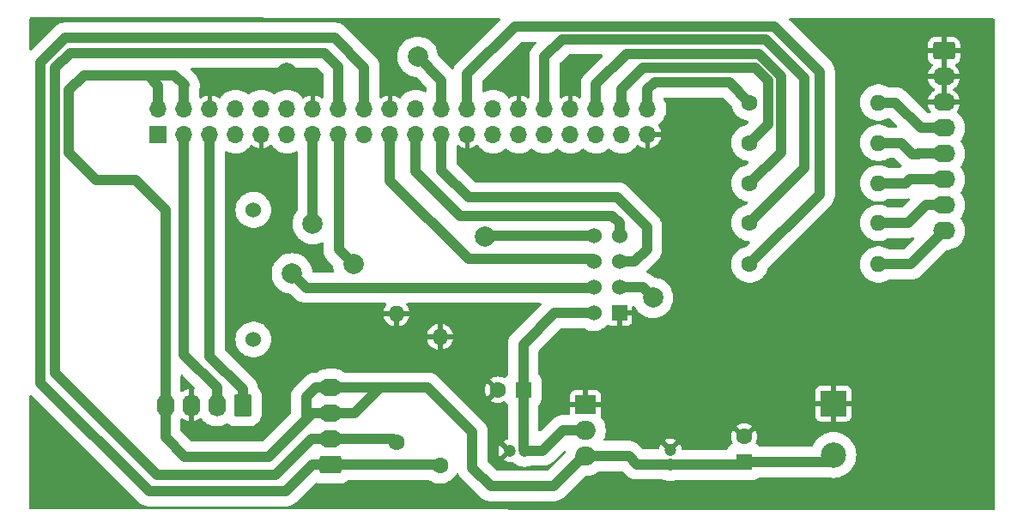
<source format=gbl>
G04 #@! TF.GenerationSoftware,KiCad,Pcbnew,8.0.5*
G04 #@! TF.CreationDate,2024-11-04T11:20:59+01:00*
G04 #@! TF.ProjectId,raspberry_pi_hat,72617370-6265-4727-9279-5f70695f6861,rev?*
G04 #@! TF.SameCoordinates,Original*
G04 #@! TF.FileFunction,Copper,L2,Bot*
G04 #@! TF.FilePolarity,Positive*
%FSLAX46Y46*%
G04 Gerber Fmt 4.6, Leading zero omitted, Abs format (unit mm)*
G04 Created by KiCad (PCBNEW 8.0.5) date 2024-11-04 11:20:59*
%MOMM*%
%LPD*%
G01*
G04 APERTURE LIST*
G04 Aperture macros list*
%AMRoundRect*
0 Rectangle with rounded corners*
0 $1 Rounding radius*
0 $2 $3 $4 $5 $6 $7 $8 $9 X,Y pos of 4 corners*
0 Add a 4 corners polygon primitive as box body*
4,1,4,$2,$3,$4,$5,$6,$7,$8,$9,$2,$3,0*
0 Add four circle primitives for the rounded corners*
1,1,$1+$1,$2,$3*
1,1,$1+$1,$4,$5*
1,1,$1+$1,$6,$7*
1,1,$1+$1,$8,$9*
0 Add four rect primitives between the rounded corners*
20,1,$1+$1,$2,$3,$4,$5,0*
20,1,$1+$1,$4,$5,$6,$7,0*
20,1,$1+$1,$6,$7,$8,$9,0*
20,1,$1+$1,$8,$9,$2,$3,0*%
G04 Aperture macros list end*
G04 #@! TA.AperFunction,ComponentPad*
%ADD10C,1.200000*%
G04 #@! TD*
G04 #@! TA.AperFunction,ComponentPad*
%ADD11R,1.700000X1.700000*%
G04 #@! TD*
G04 #@! TA.AperFunction,ComponentPad*
%ADD12O,1.700000X1.700000*%
G04 #@! TD*
G04 #@! TA.AperFunction,ComponentPad*
%ADD13R,1.600000X1.600000*%
G04 #@! TD*
G04 #@! TA.AperFunction,ComponentPad*
%ADD14C,1.600000*%
G04 #@! TD*
G04 #@! TA.AperFunction,ComponentPad*
%ADD15R,2.000000X1.905000*%
G04 #@! TD*
G04 #@! TA.AperFunction,ComponentPad*
%ADD16O,2.000000X1.905000*%
G04 #@! TD*
G04 #@! TA.AperFunction,ComponentPad*
%ADD17O,1.600000X1.600000*%
G04 #@! TD*
G04 #@! TA.AperFunction,ComponentPad*
%ADD18R,1.524000X1.524000*%
G04 #@! TD*
G04 #@! TA.AperFunction,ComponentPad*
%ADD19C,1.524000*%
G04 #@! TD*
G04 #@! TA.AperFunction,ComponentPad*
%ADD20O,2.190000X1.740000*%
G04 #@! TD*
G04 #@! TA.AperFunction,ComponentPad*
%ADD21RoundRect,0.250000X-0.845000X0.620000X-0.845000X-0.620000X0.845000X-0.620000X0.845000X0.620000X0*%
G04 #@! TD*
G04 #@! TA.AperFunction,ComponentPad*
%ADD22R,2.500000X2.500000*%
G04 #@! TD*
G04 #@! TA.AperFunction,ComponentPad*
%ADD23C,2.500000*%
G04 #@! TD*
G04 #@! TA.AperFunction,ComponentPad*
%ADD24RoundRect,0.250000X0.845000X-0.620000X0.845000X0.620000X-0.845000X0.620000X-0.845000X-0.620000X0*%
G04 #@! TD*
G04 #@! TA.AperFunction,ComponentPad*
%ADD25RoundRect,0.250000X0.620000X0.845000X-0.620000X0.845000X-0.620000X-0.845000X0.620000X-0.845000X0*%
G04 #@! TD*
G04 #@! TA.AperFunction,ComponentPad*
%ADD26O,1.740000X2.190000*%
G04 #@! TD*
G04 #@! TA.AperFunction,ViaPad*
%ADD27C,2.000000*%
G04 #@! TD*
G04 #@! TA.AperFunction,Conductor*
%ADD28C,1.000000*%
G04 #@! TD*
G04 APERTURE END LIST*
D10*
X178500000Y-151300000D03*
X178500000Y-149800000D03*
D11*
X128014999Y-118664999D03*
D12*
X128014999Y-116124999D03*
X130554999Y-118664999D03*
X130554999Y-116124999D03*
X133094999Y-118664999D03*
X133094999Y-116124999D03*
X135634999Y-118664999D03*
X135634999Y-116124999D03*
X138174999Y-118664999D03*
X138174999Y-116124999D03*
X140714999Y-118664999D03*
X140714999Y-116124999D03*
X143254999Y-118664999D03*
X143254999Y-116124999D03*
X145794999Y-118664999D03*
X145794999Y-116124999D03*
X148334999Y-118664999D03*
X148334999Y-116124999D03*
X150874999Y-118664999D03*
X150874999Y-116124999D03*
X153414999Y-118664999D03*
X153414999Y-116124999D03*
X155954999Y-118664999D03*
X155954999Y-116124999D03*
X158494999Y-118664999D03*
X158494999Y-116124999D03*
X161034999Y-118664999D03*
X161034999Y-116124999D03*
X163574999Y-118664999D03*
X163574999Y-116124999D03*
X166114999Y-118664999D03*
X166114999Y-116124999D03*
X168654999Y-118664999D03*
X168654999Y-116124999D03*
X171194999Y-118664999D03*
X171194999Y-116124999D03*
X173734999Y-118664999D03*
X173734999Y-116124999D03*
X176274999Y-118664999D03*
X176274999Y-116124999D03*
D13*
X164005113Y-143900000D03*
D14*
X161505113Y-143900000D03*
D15*
X170155000Y-145360000D03*
D16*
X170155000Y-147900000D03*
X170155000Y-150439999D03*
D17*
X199050001Y-119500000D03*
D14*
X186350001Y-119500000D03*
D13*
X185800000Y-151005113D03*
D14*
X185800000Y-148505113D03*
D17*
X199050001Y-115509872D03*
D14*
X186350001Y-115509872D03*
D17*
X199050001Y-127400000D03*
D14*
X186350001Y-127400000D03*
D18*
X173487500Y-136312500D03*
D19*
X170947600Y-136312500D03*
X173487500Y-133772500D03*
X170947600Y-133772500D03*
X173487500Y-131232500D03*
X170947600Y-131232500D03*
X173487500Y-128692500D03*
X170947600Y-128692500D03*
X137387500Y-138912500D03*
X137387500Y-126112500D03*
D20*
X205500000Y-128200000D03*
X205500000Y-125660000D03*
X205500000Y-123120000D03*
X205500000Y-120580000D03*
X205500000Y-118040000D03*
X205500000Y-115500000D03*
X205500000Y-112960000D03*
D21*
X205500000Y-110420000D03*
D10*
X164150000Y-149900000D03*
X162650000Y-149900000D03*
D17*
X199050001Y-123500000D03*
D14*
X186350001Y-123500000D03*
D17*
X199050001Y-131500000D03*
D14*
X186350001Y-131500000D03*
D22*
X194600000Y-145255000D03*
D23*
X194600000Y-150335000D03*
D24*
X145020000Y-151300000D03*
D20*
X145020000Y-148760000D03*
X145020000Y-146220000D03*
X145020000Y-143680000D03*
D25*
X136320000Y-145400000D03*
D26*
X133780000Y-145400000D03*
X131240000Y-145400000D03*
X128700000Y-145400000D03*
D14*
X155800000Y-151350000D03*
D17*
X155800000Y-138650000D03*
D14*
X151500000Y-149050000D03*
D17*
X151500000Y-136350000D03*
D27*
X143254999Y-127500000D03*
X160250000Y-128750000D03*
X167750000Y-141000000D03*
X160750000Y-139250000D03*
X163500000Y-112600000D03*
X150900000Y-112600000D03*
X140700000Y-112600000D03*
X168800000Y-112600000D03*
X138100000Y-122300000D03*
X153600000Y-111000000D03*
X141200000Y-132400000D03*
X147250000Y-131500000D03*
X176800000Y-134800000D03*
D28*
X191750000Y-113125000D02*
X191750000Y-122000001D01*
X167850000Y-109250000D02*
X187875000Y-109250000D01*
X191750000Y-122000001D02*
X186350001Y-127400000D01*
X166114999Y-110985001D02*
X167850000Y-109250000D01*
X187875000Y-109250000D02*
X191750000Y-113125000D01*
X166114999Y-116124999D02*
X166114999Y-110985001D01*
X189409872Y-112881623D02*
X189409872Y-120440129D01*
X189409872Y-120440129D02*
X186350001Y-123500000D01*
X187228249Y-110700000D02*
X189409872Y-112881623D01*
X171194999Y-113705001D02*
X174200000Y-110700000D01*
X174200000Y-110700000D02*
X187228249Y-110700000D01*
X171194999Y-116124999D02*
X171194999Y-113705001D01*
X184340129Y-113500000D02*
X186350001Y-115509872D01*
X176274999Y-114225001D02*
X177000000Y-113500000D01*
X177000000Y-113500000D02*
X184340129Y-113500000D01*
X176274999Y-116124999D02*
X176274999Y-114225001D01*
X193250000Y-112500000D02*
X193250000Y-124600001D01*
X193250000Y-124600001D02*
X186350001Y-131500000D01*
X163200000Y-108000000D02*
X188750000Y-108000000D01*
X158494999Y-112705001D02*
X163200000Y-108000000D01*
X188750000Y-108000000D02*
X193250000Y-112500000D01*
X158494999Y-116124999D02*
X158494999Y-112705001D01*
X145800000Y-118670000D02*
X145794999Y-118664999D01*
X145800000Y-130050000D02*
X145800000Y-118670000D01*
X147250000Y-131500000D02*
X145800000Y-130050000D01*
X178450000Y-151250000D02*
X178500000Y-151300000D01*
X175250000Y-151250000D02*
X178450000Y-151250000D01*
X174439999Y-150439999D02*
X175250000Y-151250000D01*
X170155000Y-150439999D02*
X174439999Y-150439999D01*
X143254999Y-127500000D02*
X143254999Y-118664999D01*
X160307500Y-128692500D02*
X170947600Y-128692500D01*
X160250000Y-128750000D02*
X160307500Y-128692500D01*
X155750000Y-151300000D02*
X155800000Y-151350000D01*
X145020000Y-151300000D02*
X155750000Y-151300000D01*
X170920100Y-133800000D02*
X170947600Y-133772500D01*
X141200000Y-132400000D02*
X142600000Y-133800000D01*
X142600000Y-133800000D02*
X170920100Y-133800000D01*
X155954999Y-113354999D02*
X153600000Y-111000000D01*
X155954999Y-116124999D02*
X155954999Y-113354999D01*
X154600000Y-143700000D02*
X149940000Y-143700000D01*
X125800000Y-123200000D02*
X128700000Y-126100000D01*
X159000000Y-148100000D02*
X154600000Y-143700000D01*
X142600000Y-144600000D02*
X142600000Y-146800000D01*
X145020000Y-143680000D02*
X149920000Y-143680000D01*
X178500000Y-151300000D02*
X185505113Y-151300000D01*
X169960001Y-150439999D02*
X167000000Y-153400000D01*
X145020000Y-143680000D02*
X143520000Y-143680000D01*
X185800000Y-151005113D02*
X193929887Y-151005113D01*
X119200000Y-114300000D02*
X119200000Y-120500000D01*
X167000000Y-153400000D02*
X160800000Y-153400000D01*
X142450000Y-146950000D02*
X138900000Y-150500000D01*
X143520000Y-143680000D02*
X142600000Y-144600000D01*
X121900000Y-123200000D02*
X125800000Y-123200000D01*
X170155000Y-150439999D02*
X169960001Y-150439999D01*
X160800000Y-153400000D02*
X159000000Y-151600000D01*
X128700000Y-126100000D02*
X128700000Y-145400000D01*
X119200000Y-120500000D02*
X121900000Y-123200000D01*
X130554999Y-113845001D02*
X130554999Y-116124999D01*
X120700000Y-112800000D02*
X119200000Y-114300000D01*
X128014999Y-113814999D02*
X127000000Y-112800000D01*
X185505113Y-151300000D02*
X185800000Y-151005113D01*
X149920000Y-143680000D02*
X147380000Y-146220000D01*
X159000000Y-151600000D02*
X159000000Y-148100000D01*
X130600000Y-150500000D02*
X128700000Y-148600000D01*
X129600000Y-112800000D02*
X130600000Y-113800000D01*
X143180000Y-146220000D02*
X142450000Y-146950000D01*
X127000000Y-112800000D02*
X120700000Y-112800000D01*
X130600000Y-113800000D02*
X130554999Y-113845001D01*
X138900000Y-150500000D02*
X130600000Y-150500000D01*
X147380000Y-146220000D02*
X145020000Y-146220000D01*
X149940000Y-143700000D02*
X149920000Y-143680000D01*
X142600000Y-146800000D02*
X142450000Y-146950000D01*
X145020000Y-146220000D02*
X143180000Y-146220000D01*
X193929887Y-151005113D02*
X194600000Y-150335000D01*
X128014999Y-116124999D02*
X128014999Y-113814999D01*
X128700000Y-148600000D02*
X128700000Y-145400000D01*
X127000000Y-112800000D02*
X129600000Y-112800000D01*
X170947600Y-136312500D02*
X167087500Y-136312500D01*
X164150000Y-149900000D02*
X165900000Y-149900000D01*
X164005113Y-149755113D02*
X164150000Y-149900000D01*
X164000000Y-139400000D02*
X164005113Y-139405113D01*
X164005113Y-139405113D02*
X164005113Y-143900000D01*
X164005113Y-143900000D02*
X164005113Y-149755113D01*
X165900000Y-149900000D02*
X167900000Y-147900000D01*
X167087500Y-136312500D02*
X164000000Y-139400000D01*
X167900000Y-147900000D02*
X170155000Y-147900000D01*
X176800000Y-134800000D02*
X175772500Y-133772500D01*
X175772500Y-133772500D02*
X173487500Y-133772500D01*
X133780000Y-145400000D02*
X133780000Y-143680000D01*
X130554999Y-140454999D02*
X130554999Y-118664999D01*
X133780000Y-143680000D02*
X130554999Y-140454999D01*
X133094999Y-118664999D02*
X133094999Y-140594999D01*
X133094999Y-140594999D02*
X136320000Y-143820000D01*
X136320000Y-143820000D02*
X136320000Y-145400000D01*
X118850000Y-109100000D02*
X145400000Y-109100000D01*
X143200000Y-151300000D02*
X140600000Y-153900000D01*
X145400000Y-109100000D02*
X148334999Y-112034999D01*
X140600000Y-153900000D02*
X127100000Y-153900000D01*
X116400000Y-111550000D02*
X118850000Y-109100000D01*
X145020000Y-151300000D02*
X143200000Y-151300000D01*
X148334999Y-112034999D02*
X148334999Y-116124999D01*
X127100000Y-153900000D02*
X116400000Y-143200000D01*
X116400000Y-143200000D02*
X116400000Y-111550000D01*
X170715100Y-131000000D02*
X158600000Y-131000000D01*
X150874999Y-123274999D02*
X150874999Y-118664999D01*
X158600000Y-131000000D02*
X150874999Y-123274999D01*
X170947600Y-131232500D02*
X170715100Y-131000000D01*
X176200000Y-130000000D02*
X176200000Y-127800000D01*
X173300000Y-124900000D02*
X158600000Y-124900000D01*
X174967500Y-131232500D02*
X176200000Y-130000000D01*
X155954999Y-122254999D02*
X155954999Y-118664999D01*
X173487500Y-131232500D02*
X174967500Y-131232500D01*
X176200000Y-127800000D02*
X173300000Y-124900000D01*
X158600000Y-124900000D02*
X155954999Y-122254999D01*
X173734999Y-114165001D02*
X175800000Y-112100000D01*
X188209872Y-113378679D02*
X188209872Y-117640129D01*
X175800000Y-112100000D02*
X186931193Y-112100000D01*
X173734999Y-116124999D02*
X173734999Y-114165001D01*
X188209872Y-117640129D02*
X186350001Y-119500000D01*
X186931193Y-112100000D02*
X188209872Y-113378679D01*
X145794999Y-111994999D02*
X145794999Y-116124999D01*
X127900000Y-152300000D02*
X117800000Y-142200000D01*
X151210000Y-148760000D02*
X151500000Y-149050000D01*
X144400000Y-110600000D02*
X145794999Y-111994999D01*
X117800000Y-142200000D02*
X117800000Y-112100000D01*
X119300000Y-110600000D02*
X144400000Y-110600000D01*
X145020000Y-148760000D02*
X143140000Y-148760000D01*
X143140000Y-148760000D02*
X139600000Y-152300000D01*
X117800000Y-112100000D02*
X119300000Y-110600000D01*
X145020000Y-148760000D02*
X151210000Y-148760000D01*
X139600000Y-152300000D02*
X127900000Y-152300000D01*
X173487500Y-127387500D02*
X172800000Y-126700000D01*
X172800000Y-126700000D02*
X157800000Y-126700000D01*
X153414999Y-122314999D02*
X153414999Y-118664999D01*
X157800000Y-126700000D02*
X153414999Y-122314999D01*
X173487500Y-128692500D02*
X173487500Y-127387500D01*
X202200000Y-131500000D02*
X205500000Y-128200000D01*
X199050001Y-131500000D02*
X202200000Y-131500000D01*
X203240000Y-118040000D02*
X205500000Y-118040000D01*
X199050001Y-115509872D02*
X200709872Y-115509872D01*
X200709872Y-115509872D02*
X203240000Y-118040000D01*
X199050001Y-123500000D02*
X201700000Y-123500000D01*
X202100000Y-123100000D02*
X202120000Y-123120000D01*
X201700000Y-123500000D02*
X202100000Y-123100000D01*
X202120000Y-123120000D02*
X205500000Y-123120000D01*
X205500000Y-125660000D02*
X203740000Y-125660000D01*
X203740000Y-125660000D02*
X202000000Y-127400000D01*
X202000000Y-127400000D02*
X199050001Y-127400000D01*
X203000000Y-120600000D02*
X203020000Y-120580000D01*
X203020000Y-120580000D02*
X205500000Y-120580000D01*
X201300000Y-119500000D02*
X202400000Y-120600000D01*
X199050001Y-119500000D02*
X201300000Y-119500000D01*
X202400000Y-120600000D02*
X203000000Y-120600000D01*
G04 #@! TA.AperFunction,Conductor*
G36*
X205750000Y-114957290D02*
G01*
X205729661Y-114945548D01*
X205578333Y-114905000D01*
X205421667Y-114905000D01*
X205270339Y-114945548D01*
X205250000Y-114957290D01*
X205250000Y-113502709D01*
X205270339Y-113514452D01*
X205421667Y-113555000D01*
X205578333Y-113555000D01*
X205729661Y-113514452D01*
X205750000Y-113502709D01*
X205750000Y-114957290D01*
G37*
G04 #@! TD.AperFunction*
G04 #@! TA.AperFunction,Conductor*
G36*
X205750000Y-112417290D02*
G01*
X205729661Y-112405548D01*
X205578333Y-112365000D01*
X205421667Y-112365000D01*
X205270339Y-112405548D01*
X205250000Y-112417290D01*
X205250000Y-110962709D01*
X205270339Y-110974452D01*
X205421667Y-111015000D01*
X205578333Y-111015000D01*
X205729661Y-110974452D01*
X205750000Y-110962709D01*
X205750000Y-112417290D01*
G37*
G04 #@! TD.AperFunction*
G04 #@! TA.AperFunction,Conductor*
G36*
X210376133Y-107199869D02*
G01*
X210443149Y-107219624D01*
X210488848Y-107272476D01*
X210500000Y-107323869D01*
X210500000Y-155675869D01*
X210480315Y-155742908D01*
X210427511Y-155788663D01*
X210375870Y-155799869D01*
X115423870Y-155700130D01*
X115356851Y-155680375D01*
X115311152Y-155627523D01*
X115300000Y-155576130D01*
X115300000Y-144521389D01*
X115319685Y-144454350D01*
X115372489Y-144408595D01*
X115441647Y-144398651D01*
X115505203Y-144427676D01*
X115511681Y-144433708D01*
X126122490Y-155044517D01*
X126313566Y-155183343D01*
X126524008Y-155290568D01*
X126748631Y-155363553D01*
X126836109Y-155377408D01*
X126981903Y-155400500D01*
X126981908Y-155400500D01*
X140718097Y-155400500D01*
X140951368Y-155363553D01*
X141175992Y-155290568D01*
X141386434Y-155183343D01*
X141577510Y-155044517D01*
X143532207Y-153089818D01*
X143593528Y-153056335D01*
X143663219Y-153061319D01*
X143671150Y-153064594D01*
X143760317Y-153105096D01*
X143760318Y-153105096D01*
X143760322Y-153105098D01*
X143978579Y-153160094D01*
X143978581Y-153160094D01*
X143978588Y-153160096D01*
X144110783Y-153170500D01*
X145929216Y-153170499D01*
X146061412Y-153160096D01*
X146279683Y-153105096D01*
X146484626Y-153012007D01*
X146669654Y-152883819D01*
X146716654Y-152836819D01*
X146777977Y-152803334D01*
X146804335Y-152800500D01*
X154693014Y-152800500D01*
X154760053Y-152820185D01*
X154762865Y-152822046D01*
X154853479Y-152883825D01*
X154897226Y-152913651D01*
X155140359Y-153030738D01*
X155398228Y-153110280D01*
X155398229Y-153110280D01*
X155398232Y-153110281D01*
X155665063Y-153150499D01*
X155665068Y-153150499D01*
X155665071Y-153150500D01*
X155665072Y-153150500D01*
X155934928Y-153150500D01*
X155934929Y-153150500D01*
X155934936Y-153150499D01*
X156201767Y-153110281D01*
X156201768Y-153110280D01*
X156201772Y-153110280D01*
X156459641Y-153030738D01*
X156702775Y-152913651D01*
X156925741Y-152761635D01*
X157123561Y-152578085D01*
X157291815Y-152367102D01*
X157398069Y-152183062D01*
X157448635Y-152134847D01*
X157517242Y-152121623D01*
X157582107Y-152147591D01*
X157615941Y-152188767D01*
X157716657Y-152386434D01*
X157855483Y-152577510D01*
X159822490Y-154544517D01*
X160013566Y-154683343D01*
X160116781Y-154735933D01*
X160224006Y-154790568D01*
X160224012Y-154790570D01*
X160296991Y-154814282D01*
X160296992Y-154814282D01*
X160372812Y-154838917D01*
X160448631Y-154863553D01*
X160681903Y-154900500D01*
X160681908Y-154900500D01*
X167118097Y-154900500D01*
X167351368Y-154863553D01*
X167575992Y-154790568D01*
X167786434Y-154683343D01*
X167977510Y-154544517D01*
X170092710Y-152429318D01*
X170154033Y-152395833D01*
X170180391Y-152392999D01*
X170330499Y-152392999D01*
X170330506Y-152392999D01*
X170584329Y-152359582D01*
X170831618Y-152293321D01*
X171068143Y-152195349D01*
X171289857Y-152067343D01*
X171363862Y-152010556D01*
X171421770Y-151966123D01*
X171486939Y-151940929D01*
X171497256Y-151940499D01*
X173767110Y-151940499D01*
X173834149Y-151960184D01*
X173854791Y-151976818D01*
X174272490Y-152394517D01*
X174463566Y-152533343D01*
X174551378Y-152578085D01*
X174627080Y-152616657D01*
X174674003Y-152640566D01*
X174674005Y-152640566D01*
X174674008Y-152640568D01*
X174794412Y-152679689D01*
X174898631Y-152713553D01*
X175131903Y-152750500D01*
X175131908Y-152750500D01*
X177794843Y-152750500D01*
X177842296Y-152759939D01*
X178003886Y-152826872D01*
X178003887Y-152826872D01*
X178003889Y-152826873D01*
X178248852Y-152885683D01*
X178500000Y-152905449D01*
X178751148Y-152885683D01*
X178996111Y-152826873D01*
X179028066Y-152813636D01*
X179036994Y-152809939D01*
X179084446Y-152800500D01*
X184878952Y-152800500D01*
X184889931Y-152800986D01*
X184941963Y-152805613D01*
X186658036Y-152805612D01*
X186777418Y-152794999D01*
X186973049Y-152739022D01*
X187153407Y-152644811D01*
X187289906Y-152533510D01*
X187354301Y-152506402D01*
X187368266Y-152505613D01*
X193811795Y-152505613D01*
X193972627Y-152505613D01*
X194012483Y-152512192D01*
X194016278Y-152513481D01*
X194305620Y-152571034D01*
X194333888Y-152572886D01*
X194599993Y-152590329D01*
X194600000Y-152590329D01*
X194600007Y-152590329D01*
X194835675Y-152574881D01*
X194894380Y-152571034D01*
X195183722Y-152513481D01*
X195463077Y-152418652D01*
X195727665Y-152288172D01*
X195972957Y-152124273D01*
X196194758Y-151929758D01*
X196389273Y-151707957D01*
X196553172Y-151462665D01*
X196683652Y-151198077D01*
X196778481Y-150918722D01*
X196836034Y-150629380D01*
X196845569Y-150483911D01*
X196855329Y-150335007D01*
X196855329Y-150334992D01*
X196836035Y-150040636D01*
X196836034Y-150040620D01*
X196778481Y-149751278D01*
X196683652Y-149471923D01*
X196553172Y-149207336D01*
X196551353Y-149204614D01*
X196448046Y-149050004D01*
X196389273Y-148962043D01*
X196304832Y-148865757D01*
X196194758Y-148740241D01*
X195972955Y-148545725D01*
X195727667Y-148381829D01*
X195727660Y-148381825D01*
X195463080Y-148251349D01*
X195183730Y-148156521D01*
X195183724Y-148156519D01*
X195183722Y-148156519D01*
X194894380Y-148098966D01*
X194894373Y-148098965D01*
X194894363Y-148098964D01*
X194600007Y-148079671D01*
X194599993Y-148079671D01*
X194305636Y-148098964D01*
X194305624Y-148098965D01*
X194305620Y-148098966D01*
X194305612Y-148098967D01*
X194305609Y-148098968D01*
X194016283Y-148156518D01*
X194016269Y-148156521D01*
X193736919Y-148251349D01*
X193472334Y-148381828D01*
X193227041Y-148545728D01*
X193005241Y-148740241D01*
X192810728Y-148962041D01*
X192646828Y-149207334D01*
X192534331Y-149435457D01*
X192487026Y-149486876D01*
X192423119Y-149504613D01*
X187368266Y-149504613D01*
X187301227Y-149484928D01*
X187289911Y-149476719D01*
X187153407Y-149365415D01*
X187001004Y-149285806D01*
X186950699Y-149237321D01*
X186934592Y-149169333D01*
X186946036Y-149123494D01*
X187026265Y-148951439D01*
X187026269Y-148951430D01*
X187085139Y-148731723D01*
X187085141Y-148731712D01*
X187104966Y-148505115D01*
X187104966Y-148505110D01*
X187085141Y-148278513D01*
X187085139Y-148278502D01*
X187026269Y-148058795D01*
X187026264Y-148058781D01*
X186930136Y-147852634D01*
X186930132Y-147852626D01*
X186879025Y-147779639D01*
X186200000Y-148458664D01*
X186200000Y-148452452D01*
X186172741Y-148350719D01*
X186120080Y-148259507D01*
X186045606Y-148185033D01*
X185954394Y-148132372D01*
X185852661Y-148105113D01*
X185846448Y-148105113D01*
X186525472Y-147426087D01*
X186452478Y-147374976D01*
X186246331Y-147278848D01*
X186246317Y-147278843D01*
X186026610Y-147219973D01*
X186026599Y-147219971D01*
X185800002Y-147200147D01*
X185799998Y-147200147D01*
X185573400Y-147219971D01*
X185573389Y-147219973D01*
X185353682Y-147278843D01*
X185353673Y-147278847D01*
X185147516Y-147374979D01*
X185147512Y-147374981D01*
X185074526Y-147426086D01*
X185074526Y-147426087D01*
X185753553Y-148105113D01*
X185747339Y-148105113D01*
X185645606Y-148132372D01*
X185554394Y-148185033D01*
X185479920Y-148259507D01*
X185427259Y-148350719D01*
X185400000Y-148452452D01*
X185400000Y-148458665D01*
X184720974Y-147779639D01*
X184720973Y-147779639D01*
X184669868Y-147852625D01*
X184669866Y-147852629D01*
X184573734Y-148058786D01*
X184573730Y-148058795D01*
X184514860Y-148278502D01*
X184514858Y-148278513D01*
X184495034Y-148505110D01*
X184495034Y-148505115D01*
X184514858Y-148731712D01*
X184514860Y-148731723D01*
X184573730Y-148951430D01*
X184573734Y-148951439D01*
X184653964Y-149123494D01*
X184664456Y-149192572D01*
X184635936Y-149256356D01*
X184598995Y-149285806D01*
X184446593Y-149365415D01*
X184446591Y-149365416D01*
X184446590Y-149365417D01*
X184288890Y-149494003D01*
X184160302Y-149651706D01*
X184160300Y-149651708D01*
X184117883Y-149732912D01*
X184069397Y-149783219D01*
X184007975Y-149799500D01*
X179717708Y-149799500D01*
X179650669Y-149779815D01*
X179604914Y-149727011D01*
X179594237Y-149686942D01*
X179585902Y-149597010D01*
X179585902Y-149597007D01*
X179530116Y-149400936D01*
X179530113Y-149400930D01*
X179439249Y-149218449D01*
X179439247Y-149218447D01*
X179437465Y-149216087D01*
X178951925Y-149701626D01*
X178890602Y-149735111D01*
X178835298Y-149734519D01*
X178790132Y-149723675D01*
X178779556Y-149684204D01*
X178740060Y-149615795D01*
X178684205Y-149559940D01*
X178615796Y-149520444D01*
X178539496Y-149500000D01*
X178460504Y-149500000D01*
X178384204Y-149520444D01*
X178315795Y-149559940D01*
X178259940Y-149615795D01*
X178220444Y-149684204D01*
X178209867Y-149723675D01*
X178164700Y-149734519D01*
X178094917Y-149731028D01*
X178048073Y-149701626D01*
X177562533Y-149216087D01*
X177560755Y-149218442D01*
X177560754Y-149218443D01*
X177469886Y-149400930D01*
X177469883Y-149400936D01*
X177414097Y-149597007D01*
X177414096Y-149597010D01*
X177410397Y-149636941D01*
X177384611Y-149701878D01*
X177327811Y-149742566D01*
X177286926Y-149749500D01*
X175922889Y-149749500D01*
X175855850Y-149729815D01*
X175835208Y-149713181D01*
X175417510Y-149295483D01*
X175292439Y-149204613D01*
X175226433Y-149156656D01*
X175161349Y-149123494D01*
X175015995Y-149049432D01*
X174791367Y-148976445D01*
X174558096Y-148939499D01*
X174558091Y-148939499D01*
X172071416Y-148939499D01*
X172004377Y-148919814D01*
X171958622Y-148867010D01*
X171958442Y-148865758D01*
X177919311Y-148865758D01*
X178500000Y-149446446D01*
X178500001Y-149446446D01*
X179080687Y-148865758D01*
X178992413Y-148811101D01*
X178992411Y-148811100D01*
X178802321Y-148737460D01*
X178601928Y-148700000D01*
X178398072Y-148700000D01*
X178197678Y-148737460D01*
X178007588Y-148811100D01*
X178007581Y-148811104D01*
X177919312Y-148865757D01*
X177919311Y-148865758D01*
X171958442Y-148865758D01*
X171948678Y-148797852D01*
X171956855Y-148768047D01*
X172043952Y-148557774D01*
X172055822Y-148529118D01*
X172122083Y-148281829D01*
X172155500Y-148028006D01*
X172155500Y-147771994D01*
X172122083Y-147518171D01*
X172055822Y-147270882D01*
X171992435Y-147117853D01*
X171957855Y-147034368D01*
X171957848Y-147034353D01*
X171829847Y-146812647D01*
X171738607Y-146693741D01*
X171673993Y-146609535D01*
X171660323Y-146595865D01*
X171626839Y-146534546D01*
X171631821Y-146464854D01*
X171631823Y-146464849D01*
X171648597Y-146419875D01*
X171648598Y-146419872D01*
X171654999Y-146360344D01*
X171655000Y-146360327D01*
X171655000Y-145610000D01*
X170645748Y-145610000D01*
X170667518Y-145572292D01*
X170705000Y-145432409D01*
X170705000Y-145287591D01*
X170667518Y-145147708D01*
X170645748Y-145110000D01*
X171655000Y-145110000D01*
X171655000Y-144359672D01*
X171654999Y-144359655D01*
X171648598Y-144300127D01*
X171648596Y-144300120D01*
X171598354Y-144165413D01*
X171598350Y-144165406D01*
X171512190Y-144050312D01*
X171512187Y-144050309D01*
X171397093Y-143964149D01*
X171397086Y-143964145D01*
X171378345Y-143957155D01*
X192850000Y-143957155D01*
X192850000Y-145005000D01*
X193999999Y-145005000D01*
X193974979Y-145065402D01*
X193950000Y-145190981D01*
X193950000Y-145319019D01*
X193974979Y-145444598D01*
X193999999Y-145505000D01*
X192850000Y-145505000D01*
X192850000Y-146552844D01*
X192856401Y-146612372D01*
X192856403Y-146612379D01*
X192906645Y-146747086D01*
X192906649Y-146747093D01*
X192992809Y-146862187D01*
X192992812Y-146862190D01*
X193107906Y-146948350D01*
X193107913Y-146948354D01*
X193242620Y-146998596D01*
X193242627Y-146998598D01*
X193302155Y-147004999D01*
X193302172Y-147005000D01*
X194350000Y-147005000D01*
X194350000Y-145855001D01*
X194410402Y-145880021D01*
X194535981Y-145905000D01*
X194664019Y-145905000D01*
X194789598Y-145880021D01*
X194850000Y-145855001D01*
X194850000Y-147005000D01*
X195897828Y-147005000D01*
X195897844Y-147004999D01*
X195957372Y-146998598D01*
X195957379Y-146998596D01*
X196092086Y-146948354D01*
X196092093Y-146948350D01*
X196207187Y-146862190D01*
X196207190Y-146862187D01*
X196293350Y-146747093D01*
X196293354Y-146747086D01*
X196343596Y-146612379D01*
X196343598Y-146612372D01*
X196349999Y-146552844D01*
X196350000Y-146552827D01*
X196350000Y-145505000D01*
X195200001Y-145505000D01*
X195225021Y-145444598D01*
X195250000Y-145319019D01*
X195250000Y-145190981D01*
X195225021Y-145065402D01*
X195200001Y-145005000D01*
X196350000Y-145005000D01*
X196350000Y-143957172D01*
X196349999Y-143957155D01*
X196343598Y-143897627D01*
X196343596Y-143897620D01*
X196293354Y-143762913D01*
X196293350Y-143762906D01*
X196207190Y-143647812D01*
X196207187Y-143647809D01*
X196092093Y-143561649D01*
X196092086Y-143561645D01*
X195957379Y-143511403D01*
X195957372Y-143511401D01*
X195897844Y-143505000D01*
X194850000Y-143505000D01*
X194850000Y-144654998D01*
X194789598Y-144629979D01*
X194664019Y-144605000D01*
X194535981Y-144605000D01*
X194410402Y-144629979D01*
X194350000Y-144654998D01*
X194350000Y-143505000D01*
X193302155Y-143505000D01*
X193242627Y-143511401D01*
X193242620Y-143511403D01*
X193107913Y-143561645D01*
X193107906Y-143561649D01*
X192992812Y-143647809D01*
X192992809Y-143647812D01*
X192906649Y-143762906D01*
X192906645Y-143762913D01*
X192856403Y-143897620D01*
X192856401Y-143897627D01*
X192850000Y-143957155D01*
X171378345Y-143957155D01*
X171262379Y-143913903D01*
X171262372Y-143913901D01*
X171202844Y-143907500D01*
X170405000Y-143907500D01*
X170405000Y-144869252D01*
X170367292Y-144847482D01*
X170227409Y-144810000D01*
X170082591Y-144810000D01*
X169942708Y-144847482D01*
X169905000Y-144869252D01*
X169905000Y-143907500D01*
X169107155Y-143907500D01*
X169047627Y-143913901D01*
X169047620Y-143913903D01*
X168912913Y-143964145D01*
X168912906Y-143964149D01*
X168797812Y-144050309D01*
X168797809Y-144050312D01*
X168711649Y-144165406D01*
X168711645Y-144165413D01*
X168661403Y-144300120D01*
X168661401Y-144300127D01*
X168655000Y-144359655D01*
X168655000Y-145110000D01*
X169664252Y-145110000D01*
X169642482Y-145147708D01*
X169605000Y-145287591D01*
X169605000Y-145432409D01*
X169642482Y-145572292D01*
X169664252Y-145610000D01*
X168655000Y-145610000D01*
X168655000Y-146275500D01*
X168635315Y-146342539D01*
X168582511Y-146388294D01*
X168531000Y-146399500D01*
X167781903Y-146399500D01*
X167548634Y-146436446D01*
X167324005Y-146509433D01*
X167113565Y-146616657D01*
X166922488Y-146755484D01*
X166922487Y-146755485D01*
X165717294Y-147960679D01*
X165655971Y-147994164D01*
X165586279Y-147989180D01*
X165530346Y-147947308D01*
X165505929Y-147881844D01*
X165505613Y-147872998D01*
X165505613Y-145468265D01*
X165525298Y-145401226D01*
X165533499Y-145389919D01*
X165644811Y-145253407D01*
X165739022Y-145073049D01*
X165794999Y-144877418D01*
X165805613Y-144758037D01*
X165805612Y-143041964D01*
X165794999Y-142922582D01*
X165739022Y-142726951D01*
X165644811Y-142546593D01*
X165533511Y-142410094D01*
X165506402Y-142345697D01*
X165505613Y-142331733D01*
X165505613Y-140067776D01*
X165525298Y-140000737D01*
X165541932Y-139980095D01*
X167672708Y-137849319D01*
X167734031Y-137815834D01*
X167760389Y-137813000D01*
X169981408Y-137813000D01*
X170048447Y-137832685D01*
X170051249Y-137834539D01*
X170063879Y-137843150D01*
X170063882Y-137843151D01*
X170063886Y-137843154D01*
X170190288Y-137904025D01*
X170301877Y-137957763D01*
X170301878Y-137957763D01*
X170301881Y-137957765D01*
X170554307Y-138035629D01*
X170554308Y-138035629D01*
X170554311Y-138035630D01*
X170815511Y-138074999D01*
X170815516Y-138074999D01*
X170815519Y-138075000D01*
X170815520Y-138075000D01*
X171079680Y-138075000D01*
X171079681Y-138075000D01*
X171079688Y-138074999D01*
X171340888Y-138035630D01*
X171340889Y-138035629D01*
X171340893Y-138035629D01*
X171593319Y-137957765D01*
X171831321Y-137843150D01*
X172049582Y-137694342D01*
X172243227Y-137514666D01*
X172256438Y-137498099D01*
X172313623Y-137457959D01*
X172383434Y-137455107D01*
X172427697Y-137476145D01*
X172483410Y-137517852D01*
X172483413Y-137517854D01*
X172618120Y-137568096D01*
X172618127Y-137568098D01*
X172677655Y-137574499D01*
X172677672Y-137574500D01*
X173237500Y-137574500D01*
X173237500Y-136754751D01*
X173291419Y-136785881D01*
X173420620Y-136820500D01*
X173554380Y-136820500D01*
X173683581Y-136785881D01*
X173737500Y-136754751D01*
X173737500Y-137574500D01*
X174297328Y-137574500D01*
X174297344Y-137574499D01*
X174356872Y-137568098D01*
X174356879Y-137568096D01*
X174491586Y-137517854D01*
X174491593Y-137517850D01*
X174606687Y-137431690D01*
X174606690Y-137431687D01*
X174692850Y-137316593D01*
X174692854Y-137316586D01*
X174743096Y-137181879D01*
X174743098Y-137181872D01*
X174749499Y-137122344D01*
X174749500Y-137122327D01*
X174749500Y-136562500D01*
X173929751Y-136562500D01*
X173960881Y-136508581D01*
X173995500Y-136379380D01*
X173995500Y-136245620D01*
X173960881Y-136116419D01*
X173929751Y-136062500D01*
X174749500Y-136062500D01*
X174749500Y-135704857D01*
X174769185Y-135637818D01*
X174821989Y-135592063D01*
X174891147Y-135582119D01*
X174954703Y-135611144D01*
X174982332Y-135645430D01*
X175112770Y-135884309D01*
X175112775Y-135884317D01*
X175284254Y-136113387D01*
X175284270Y-136113405D01*
X175486594Y-136315729D01*
X175486612Y-136315745D01*
X175715682Y-136487224D01*
X175715690Y-136487229D01*
X175966833Y-136624364D01*
X175966832Y-136624364D01*
X175966836Y-136624365D01*
X175966839Y-136624367D01*
X176234954Y-136724369D01*
X176234960Y-136724370D01*
X176234962Y-136724371D01*
X176514566Y-136785195D01*
X176514568Y-136785195D01*
X176514572Y-136785196D01*
X176768220Y-136803337D01*
X176799999Y-136805610D01*
X176800000Y-136805610D01*
X176800001Y-136805610D01*
X176828595Y-136803564D01*
X177085428Y-136785196D01*
X177365046Y-136724369D01*
X177633161Y-136624367D01*
X177884315Y-136487226D01*
X178113395Y-136315739D01*
X178315739Y-136113395D01*
X178487226Y-135884315D01*
X178624367Y-135633161D01*
X178724369Y-135365046D01*
X178762325Y-135190566D01*
X178785195Y-135085433D01*
X178785195Y-135085432D01*
X178785196Y-135085428D01*
X178805610Y-134800000D01*
X178785196Y-134514572D01*
X178764135Y-134417758D01*
X178724371Y-134234962D01*
X178724370Y-134234960D01*
X178724369Y-134234954D01*
X178624367Y-133966839D01*
X178596467Y-133915745D01*
X178487229Y-133715690D01*
X178487224Y-133715682D01*
X178315745Y-133486612D01*
X178315729Y-133486594D01*
X178113405Y-133284270D01*
X178113387Y-133284254D01*
X177884317Y-133112775D01*
X177884309Y-133112770D01*
X177633166Y-132975635D01*
X177633167Y-132975635D01*
X177461576Y-132911635D01*
X177365046Y-132875631D01*
X177365043Y-132875630D01*
X177365037Y-132875628D01*
X177085436Y-132814805D01*
X177085429Y-132814804D01*
X176971514Y-132806656D01*
X176906050Y-132782239D01*
X176892680Y-132770653D01*
X176750011Y-132627984D01*
X176637871Y-132546509D01*
X176558934Y-132489157D01*
X176348496Y-132381933D01*
X176232693Y-132344306D01*
X176175018Y-132304868D01*
X176147820Y-132240509D01*
X176159735Y-132171663D01*
X176183328Y-132138697D01*
X177344517Y-130977510D01*
X177483343Y-130786434D01*
X177590568Y-130575992D01*
X177626425Y-130465636D01*
X177663553Y-130351368D01*
X177689649Y-130186605D01*
X177700500Y-130118097D01*
X177700500Y-127681902D01*
X177663553Y-127448631D01*
X177638303Y-127370921D01*
X177590568Y-127224008D01*
X177539384Y-127123553D01*
X177483343Y-127013566D01*
X177344517Y-126822490D01*
X174277510Y-123755483D01*
X174086434Y-123616657D01*
X173875996Y-123509433D01*
X173651368Y-123436446D01*
X173418097Y-123399500D01*
X173418092Y-123399500D01*
X159272889Y-123399500D01*
X159205850Y-123379815D01*
X159185208Y-123363181D01*
X157491818Y-121669791D01*
X157458333Y-121608468D01*
X157455499Y-121582110D01*
X157455499Y-119823379D01*
X157475184Y-119756340D01*
X157527988Y-119710585D01*
X157597146Y-119700641D01*
X157650623Y-119721805D01*
X157817413Y-119838595D01*
X157817419Y-119838598D01*
X158031506Y-119938428D01*
X158031515Y-119938432D01*
X158244999Y-119995633D01*
X158244999Y-119098011D01*
X158302006Y-119130924D01*
X158429173Y-119164999D01*
X158560825Y-119164999D01*
X158687992Y-119130924D01*
X158744999Y-119098011D01*
X158744999Y-119995632D01*
X158958482Y-119938432D01*
X158958491Y-119938428D01*
X159172577Y-119838599D01*
X159355907Y-119710229D01*
X159422113Y-119687902D01*
X159489881Y-119704912D01*
X159526298Y-119737494D01*
X159632905Y-119879906D01*
X159632921Y-119879924D01*
X159820073Y-120067076D01*
X159820091Y-120067092D01*
X160031985Y-120225713D01*
X160031993Y-120225718D01*
X160264304Y-120352570D01*
X160264308Y-120352572D01*
X160264310Y-120352573D01*
X160512321Y-120445076D01*
X160512324Y-120445076D01*
X160512325Y-120445077D01*
X160568978Y-120457401D01*
X160770973Y-120501342D01*
X161014659Y-120518771D01*
X161034998Y-120520226D01*
X161034999Y-120520226D01*
X161035000Y-120520226D01*
X161053884Y-120518875D01*
X161299025Y-120501342D01*
X161557677Y-120445076D01*
X161805688Y-120352573D01*
X162038010Y-120225715D01*
X162148154Y-120143262D01*
X162230689Y-120081478D01*
X162296153Y-120057061D01*
X162364426Y-120071913D01*
X162379309Y-120081478D01*
X162571985Y-120225713D01*
X162571993Y-120225718D01*
X162804304Y-120352570D01*
X162804308Y-120352572D01*
X162804310Y-120352573D01*
X163052321Y-120445076D01*
X163052324Y-120445076D01*
X163052325Y-120445077D01*
X163108978Y-120457401D01*
X163310973Y-120501342D01*
X163554659Y-120518771D01*
X163574998Y-120520226D01*
X163574999Y-120520226D01*
X163575000Y-120520226D01*
X163593884Y-120518875D01*
X163839025Y-120501342D01*
X164097677Y-120445076D01*
X164345688Y-120352573D01*
X164578010Y-120225715D01*
X164688154Y-120143262D01*
X164770689Y-120081478D01*
X164836153Y-120057061D01*
X164904426Y-120071913D01*
X164919309Y-120081478D01*
X165111985Y-120225713D01*
X165111993Y-120225718D01*
X165344304Y-120352570D01*
X165344308Y-120352572D01*
X165344310Y-120352573D01*
X165592321Y-120445076D01*
X165592324Y-120445076D01*
X165592325Y-120445077D01*
X165648978Y-120457401D01*
X165850973Y-120501342D01*
X166094659Y-120518771D01*
X166114998Y-120520226D01*
X166114999Y-120520226D01*
X166115000Y-120520226D01*
X166133884Y-120518875D01*
X166379025Y-120501342D01*
X166637677Y-120445076D01*
X166885688Y-120352573D01*
X167118010Y-120225715D01*
X167228154Y-120143262D01*
X167310689Y-120081478D01*
X167376153Y-120057061D01*
X167444426Y-120071913D01*
X167459309Y-120081478D01*
X167651985Y-120225713D01*
X167651993Y-120225718D01*
X167884304Y-120352570D01*
X167884308Y-120352572D01*
X167884310Y-120352573D01*
X168132321Y-120445076D01*
X168132324Y-120445076D01*
X168132325Y-120445077D01*
X168188978Y-120457401D01*
X168390973Y-120501342D01*
X168634659Y-120518771D01*
X168654998Y-120520226D01*
X168654999Y-120520226D01*
X168655000Y-120520226D01*
X168673884Y-120518875D01*
X168919025Y-120501342D01*
X169177677Y-120445076D01*
X169425688Y-120352573D01*
X169658010Y-120225715D01*
X169768154Y-120143262D01*
X169850689Y-120081478D01*
X169916153Y-120057061D01*
X169984426Y-120071913D01*
X169999309Y-120081478D01*
X170191985Y-120225713D01*
X170191993Y-120225718D01*
X170424304Y-120352570D01*
X170424308Y-120352572D01*
X170424310Y-120352573D01*
X170672321Y-120445076D01*
X170672324Y-120445076D01*
X170672325Y-120445077D01*
X170728978Y-120457401D01*
X170930973Y-120501342D01*
X171174659Y-120518771D01*
X171194998Y-120520226D01*
X171194999Y-120520226D01*
X171195000Y-120520226D01*
X171213884Y-120518875D01*
X171459025Y-120501342D01*
X171717677Y-120445076D01*
X171965688Y-120352573D01*
X172198010Y-120225715D01*
X172308154Y-120143262D01*
X172390689Y-120081478D01*
X172456153Y-120057061D01*
X172524426Y-120071913D01*
X172539309Y-120081478D01*
X172731985Y-120225713D01*
X172731993Y-120225718D01*
X172964304Y-120352570D01*
X172964308Y-120352572D01*
X172964310Y-120352573D01*
X173212321Y-120445076D01*
X173212324Y-120445076D01*
X173212325Y-120445077D01*
X173268978Y-120457401D01*
X173470973Y-120501342D01*
X173714659Y-120518771D01*
X173734998Y-120520226D01*
X173734999Y-120520226D01*
X173735000Y-120520226D01*
X173753884Y-120518875D01*
X173999025Y-120501342D01*
X174257677Y-120445076D01*
X174505688Y-120352573D01*
X174738010Y-120225715D01*
X174949914Y-120067086D01*
X175137086Y-119879914D01*
X175243700Y-119737493D01*
X175299633Y-119695622D01*
X175369325Y-119690638D01*
X175414091Y-119710229D01*
X175597420Y-119838599D01*
X175811506Y-119938428D01*
X175811515Y-119938432D01*
X176024999Y-119995633D01*
X176024999Y-119098011D01*
X176082006Y-119130924D01*
X176209173Y-119164999D01*
X176340825Y-119164999D01*
X176467992Y-119130924D01*
X176524999Y-119098011D01*
X176524999Y-119995632D01*
X176738482Y-119938432D01*
X176738491Y-119938428D01*
X176952577Y-119838599D01*
X177146081Y-119703104D01*
X177313104Y-119536081D01*
X177448599Y-119342577D01*
X177548428Y-119128491D01*
X177548431Y-119128485D01*
X177605635Y-118914999D01*
X176708011Y-118914999D01*
X176740924Y-118857992D01*
X176774999Y-118730825D01*
X176774999Y-118599173D01*
X176740924Y-118472006D01*
X176708011Y-118414999D01*
X177605635Y-118414999D01*
X177605634Y-118414998D01*
X177548431Y-118201512D01*
X177548428Y-118201506D01*
X177448599Y-117987421D01*
X177448598Y-117987419D01*
X177320229Y-117804089D01*
X177297902Y-117737883D01*
X177314912Y-117670116D01*
X177347488Y-117633704D01*
X177489914Y-117527086D01*
X177677086Y-117339914D01*
X177835715Y-117128010D01*
X177962573Y-116895688D01*
X178055076Y-116647677D01*
X178111342Y-116389025D01*
X178130226Y-116124999D01*
X178111342Y-115860973D01*
X178055076Y-115602321D01*
X177962573Y-115354310D01*
X177962570Y-115354304D01*
X177869537Y-115183927D01*
X177854685Y-115115654D01*
X177879102Y-115050190D01*
X177935035Y-115008318D01*
X177978369Y-115000500D01*
X183667240Y-115000500D01*
X183734279Y-115020185D01*
X183754921Y-115036819D01*
X184559331Y-115841229D01*
X184592540Y-115901315D01*
X184624667Y-116042067D01*
X184624671Y-116042077D01*
X184693730Y-116218036D01*
X184723258Y-116293270D01*
X184858186Y-116526974D01*
X184909185Y-116590924D01*
X185026443Y-116737961D01*
X185124190Y-116828656D01*
X185224260Y-116921507D01*
X185447227Y-117073523D01*
X185690360Y-117190610D01*
X185948229Y-117270152D01*
X185948230Y-117270152D01*
X185948233Y-117270153D01*
X186148185Y-117300291D01*
X186211542Y-117329747D01*
X186248916Y-117388781D01*
X186248441Y-117458649D01*
X186217385Y-117510587D01*
X186024207Y-117703764D01*
X185962884Y-117737249D01*
X185955013Y-117738697D01*
X185948240Y-117739718D01*
X185948228Y-117739720D01*
X185690359Y-117819262D01*
X185447231Y-117936346D01*
X185224259Y-118088365D01*
X185026443Y-118271910D01*
X184858186Y-118482898D01*
X184723259Y-118716599D01*
X184723257Y-118716603D01*
X184624667Y-118967804D01*
X184624665Y-118967811D01*
X184564617Y-119230898D01*
X184544452Y-119499995D01*
X184544452Y-119500004D01*
X184564617Y-119769101D01*
X184624665Y-120032188D01*
X184624667Y-120032195D01*
X184696139Y-120214302D01*
X184723258Y-120283398D01*
X184858186Y-120517102D01*
X184994081Y-120687509D01*
X185026443Y-120728089D01*
X185213184Y-120901358D01*
X185224260Y-120911635D01*
X185447227Y-121063651D01*
X185690360Y-121180738D01*
X185948229Y-121260280D01*
X185948230Y-121260280D01*
X185948233Y-121260281D01*
X186156765Y-121291712D01*
X186220122Y-121321168D01*
X186257496Y-121380202D01*
X186257021Y-121450070D01*
X186225965Y-121502008D01*
X186024208Y-121703764D01*
X185962885Y-121737249D01*
X185955014Y-121738697D01*
X185948228Y-121739720D01*
X185948226Y-121739720D01*
X185690359Y-121819262D01*
X185447231Y-121936346D01*
X185224259Y-122088365D01*
X185026443Y-122271910D01*
X184858186Y-122482898D01*
X184723259Y-122716599D01*
X184723257Y-122716603D01*
X184624667Y-122967804D01*
X184624665Y-122967811D01*
X184564617Y-123230898D01*
X184544452Y-123499995D01*
X184544452Y-123500004D01*
X184564617Y-123769101D01*
X184605696Y-123949078D01*
X184624667Y-124032195D01*
X184723258Y-124283398D01*
X184858186Y-124517102D01*
X184939109Y-124618576D01*
X185026443Y-124728089D01*
X185201555Y-124890568D01*
X185224260Y-124911635D01*
X185447227Y-125063651D01*
X185690360Y-125180738D01*
X185948229Y-125260280D01*
X185948234Y-125260280D01*
X185948235Y-125260281D01*
X185991311Y-125266773D01*
X186069862Y-125278613D01*
X186133219Y-125308069D01*
X186170594Y-125367102D01*
X186170119Y-125436970D01*
X186139063Y-125488909D01*
X186024208Y-125603764D01*
X185962885Y-125637249D01*
X185955014Y-125638697D01*
X185948228Y-125639720D01*
X185948226Y-125639720D01*
X185690359Y-125719262D01*
X185447231Y-125836346D01*
X185224259Y-125988365D01*
X185026443Y-126171910D01*
X184858186Y-126382898D01*
X184723259Y-126616599D01*
X184723257Y-126616603D01*
X184624667Y-126867804D01*
X184624665Y-126867811D01*
X184564617Y-127130898D01*
X184544452Y-127399995D01*
X184544452Y-127400004D01*
X184564617Y-127669101D01*
X184624665Y-127932188D01*
X184624667Y-127932195D01*
X184723258Y-128183398D01*
X184858186Y-128417102D01*
X184976687Y-128565697D01*
X185026443Y-128628089D01*
X185201555Y-128790568D01*
X185224260Y-128811635D01*
X185447227Y-128963651D01*
X185690360Y-129080738D01*
X185948229Y-129160280D01*
X185948230Y-129160280D01*
X185948233Y-129160281D01*
X186215064Y-129200499D01*
X186215069Y-129200499D01*
X186215072Y-129200500D01*
X186215073Y-129200500D01*
X186228111Y-129200500D01*
X186295150Y-129220185D01*
X186340905Y-129272989D01*
X186350849Y-129342147D01*
X186321824Y-129405703D01*
X186315792Y-129412181D01*
X186024208Y-129703764D01*
X185962885Y-129737249D01*
X185955014Y-129738697D01*
X185948228Y-129739720D01*
X185948226Y-129739720D01*
X185690359Y-129819262D01*
X185447231Y-129936346D01*
X185224259Y-130088365D01*
X185026443Y-130271910D01*
X184858186Y-130482898D01*
X184723259Y-130716599D01*
X184723257Y-130716603D01*
X184624667Y-130967804D01*
X184624665Y-130967811D01*
X184564617Y-131230898D01*
X184544452Y-131499995D01*
X184544452Y-131500004D01*
X184564617Y-131769101D01*
X184624665Y-132032188D01*
X184624667Y-132032195D01*
X184719870Y-132274767D01*
X184723258Y-132283398D01*
X184858186Y-132517102D01*
X184992422Y-132685428D01*
X185026443Y-132728089D01*
X185185457Y-132875631D01*
X185224260Y-132911635D01*
X185447227Y-133063651D01*
X185690360Y-133180738D01*
X185948229Y-133260280D01*
X185948230Y-133260280D01*
X185948233Y-133260281D01*
X186215064Y-133300499D01*
X186215069Y-133300499D01*
X186215072Y-133300500D01*
X186215073Y-133300500D01*
X186484929Y-133300500D01*
X186484930Y-133300500D01*
X186484937Y-133300499D01*
X186751768Y-133260281D01*
X186751769Y-133260280D01*
X186751773Y-133260280D01*
X187009642Y-133180738D01*
X187252776Y-133063651D01*
X187475742Y-132911635D01*
X187673562Y-132728085D01*
X187841816Y-132517102D01*
X187976744Y-132283398D01*
X188075335Y-132032195D01*
X188107459Y-131891445D01*
X188140667Y-131831359D01*
X194394517Y-125577511D01*
X194533343Y-125386435D01*
X194640568Y-125175993D01*
X194713553Y-124951370D01*
X194740166Y-124783343D01*
X194750500Y-124718098D01*
X194750500Y-115509867D01*
X197244452Y-115509867D01*
X197244452Y-115509876D01*
X197264617Y-115778973D01*
X197324665Y-116042060D01*
X197324667Y-116042067D01*
X197406667Y-116250999D01*
X197423258Y-116293270D01*
X197558186Y-116526974D01*
X197609185Y-116590924D01*
X197726443Y-116737961D01*
X197824190Y-116828656D01*
X197924260Y-116921507D01*
X198147227Y-117073523D01*
X198390360Y-117190610D01*
X198648229Y-117270152D01*
X198648230Y-117270152D01*
X198648233Y-117270153D01*
X198915064Y-117310371D01*
X198915069Y-117310371D01*
X198915072Y-117310372D01*
X198915073Y-117310372D01*
X199184929Y-117310372D01*
X199184930Y-117310372D01*
X199184937Y-117310371D01*
X199451768Y-117270153D01*
X199451769Y-117270152D01*
X199451773Y-117270152D01*
X199709642Y-117190610D01*
X199952776Y-117073523D01*
X199986049Y-117050837D01*
X200052527Y-117029336D01*
X200120077Y-117047189D01*
X200143582Y-117065609D01*
X200865792Y-117787819D01*
X200899277Y-117849142D01*
X200894293Y-117918834D01*
X200852421Y-117974767D01*
X200786957Y-117999184D01*
X200778111Y-117999500D01*
X200083650Y-117999500D01*
X200016611Y-117979815D01*
X200013831Y-117977976D01*
X199952776Y-117936349D01*
X199952770Y-117936346D01*
X199952769Y-117936345D01*
X199952768Y-117936344D01*
X199709644Y-117819263D01*
X199709646Y-117819263D01*
X199451774Y-117739720D01*
X199451768Y-117739718D01*
X199184937Y-117699500D01*
X199184930Y-117699500D01*
X198915072Y-117699500D01*
X198915064Y-117699500D01*
X198648233Y-117739718D01*
X198648227Y-117739720D01*
X198390359Y-117819262D01*
X198147231Y-117936346D01*
X197924259Y-118088365D01*
X197726443Y-118271910D01*
X197558186Y-118482898D01*
X197423259Y-118716599D01*
X197423257Y-118716603D01*
X197324667Y-118967804D01*
X197324665Y-118967811D01*
X197264617Y-119230898D01*
X197244452Y-119499995D01*
X197244452Y-119500004D01*
X197264617Y-119769101D01*
X197324665Y-120032188D01*
X197324667Y-120032195D01*
X197396139Y-120214302D01*
X197423258Y-120283398D01*
X197558186Y-120517102D01*
X197694081Y-120687509D01*
X197726443Y-120728089D01*
X197913184Y-120901358D01*
X197924260Y-120911635D01*
X198147227Y-121063651D01*
X198390360Y-121180738D01*
X198648229Y-121260280D01*
X198648230Y-121260280D01*
X198648233Y-121260281D01*
X198915064Y-121300499D01*
X198915069Y-121300499D01*
X198915072Y-121300500D01*
X198915073Y-121300500D01*
X199184929Y-121300500D01*
X199184930Y-121300500D01*
X199243235Y-121291712D01*
X199451768Y-121260281D01*
X199451769Y-121260280D01*
X199451773Y-121260280D01*
X199709642Y-121180738D01*
X199952776Y-121063651D01*
X200013799Y-121022045D01*
X200080278Y-121000546D01*
X200083650Y-121000500D01*
X200627111Y-121000500D01*
X200694150Y-121020185D01*
X200714792Y-121036819D01*
X201315775Y-121637802D01*
X201349260Y-121699125D01*
X201344276Y-121768817D01*
X201302404Y-121824750D01*
X201300980Y-121825801D01*
X201122488Y-121955484D01*
X201122487Y-121955485D01*
X201114792Y-121963181D01*
X201053469Y-121996666D01*
X201027111Y-121999500D01*
X200083650Y-121999500D01*
X200016611Y-121979815D01*
X200013831Y-121977976D01*
X199952776Y-121936349D01*
X199952770Y-121936346D01*
X199952769Y-121936345D01*
X199952768Y-121936344D01*
X199709644Y-121819263D01*
X199709646Y-121819263D01*
X199451774Y-121739720D01*
X199451768Y-121739718D01*
X199184937Y-121699500D01*
X199184930Y-121699500D01*
X198915072Y-121699500D01*
X198915064Y-121699500D01*
X198648233Y-121739718D01*
X198648227Y-121739720D01*
X198390359Y-121819262D01*
X198147231Y-121936346D01*
X197924259Y-122088365D01*
X197726443Y-122271910D01*
X197558186Y-122482898D01*
X197423259Y-122716599D01*
X197423257Y-122716603D01*
X197324667Y-122967804D01*
X197324665Y-122967811D01*
X197264617Y-123230898D01*
X197244452Y-123499995D01*
X197244452Y-123500004D01*
X197264617Y-123769101D01*
X197305696Y-123949078D01*
X197324667Y-124032195D01*
X197423258Y-124283398D01*
X197558186Y-124517102D01*
X197639109Y-124618576D01*
X197726443Y-124728089D01*
X197901555Y-124890568D01*
X197924260Y-124911635D01*
X198147227Y-125063651D01*
X198390360Y-125180738D01*
X198648229Y-125260280D01*
X198648230Y-125260280D01*
X198648233Y-125260281D01*
X198915064Y-125300499D01*
X198915069Y-125300499D01*
X198915072Y-125300500D01*
X198915073Y-125300500D01*
X199184929Y-125300500D01*
X199184930Y-125300500D01*
X199184937Y-125300499D01*
X199451768Y-125260281D01*
X199451769Y-125260280D01*
X199451773Y-125260280D01*
X199709642Y-125180738D01*
X199952776Y-125063651D01*
X200013799Y-125022045D01*
X200080278Y-125000546D01*
X200083650Y-125000500D01*
X201818096Y-125000500D01*
X201889308Y-124989220D01*
X201986990Y-124973749D01*
X202056281Y-124982703D01*
X202109733Y-125027699D01*
X202130373Y-125094450D01*
X202111649Y-125161764D01*
X202094067Y-125183903D01*
X201414792Y-125863181D01*
X201353469Y-125896666D01*
X201327111Y-125899500D01*
X200083650Y-125899500D01*
X200016611Y-125879815D01*
X200013831Y-125877976D01*
X199952776Y-125836349D01*
X199952770Y-125836346D01*
X199952769Y-125836345D01*
X199952768Y-125836344D01*
X199709644Y-125719263D01*
X199709646Y-125719263D01*
X199451774Y-125639720D01*
X199451768Y-125639718D01*
X199184937Y-125599500D01*
X199184930Y-125599500D01*
X198915072Y-125599500D01*
X198915064Y-125599500D01*
X198648233Y-125639718D01*
X198648227Y-125639720D01*
X198390359Y-125719262D01*
X198147231Y-125836346D01*
X197924259Y-125988365D01*
X197726443Y-126171910D01*
X197558186Y-126382898D01*
X197423259Y-126616599D01*
X197423257Y-126616603D01*
X197324667Y-126867804D01*
X197324665Y-126867811D01*
X197264617Y-127130898D01*
X197244452Y-127399995D01*
X197244452Y-127400004D01*
X197264617Y-127669101D01*
X197324665Y-127932188D01*
X197324667Y-127932195D01*
X197423258Y-128183398D01*
X197558186Y-128417102D01*
X197676687Y-128565697D01*
X197726443Y-128628089D01*
X197901555Y-128790568D01*
X197924260Y-128811635D01*
X198147227Y-128963651D01*
X198390360Y-129080738D01*
X198648229Y-129160280D01*
X198648230Y-129160280D01*
X198648233Y-129160281D01*
X198915064Y-129200499D01*
X198915069Y-129200499D01*
X198915072Y-129200500D01*
X198915073Y-129200500D01*
X199184929Y-129200500D01*
X199184930Y-129200500D01*
X199272978Y-129187229D01*
X199451768Y-129160281D01*
X199451769Y-129160280D01*
X199451773Y-129160280D01*
X199709642Y-129080738D01*
X199952776Y-128963651D01*
X200013799Y-128922045D01*
X200080278Y-128900546D01*
X200083650Y-128900500D01*
X202118097Y-128900500D01*
X202351368Y-128863553D01*
X202397939Y-128848421D01*
X202467780Y-128846426D01*
X202527613Y-128882506D01*
X202558442Y-128945206D01*
X202550478Y-129014621D01*
X202523939Y-129054033D01*
X201614792Y-129963181D01*
X201553469Y-129996666D01*
X201527111Y-129999500D01*
X200083650Y-129999500D01*
X200016611Y-129979815D01*
X200013831Y-129977976D01*
X199952776Y-129936349D01*
X199952770Y-129936346D01*
X199952769Y-129936345D01*
X199952768Y-129936344D01*
X199709644Y-129819263D01*
X199709646Y-129819263D01*
X199451774Y-129739720D01*
X199451768Y-129739718D01*
X199184937Y-129699500D01*
X199184930Y-129699500D01*
X198915072Y-129699500D01*
X198915064Y-129699500D01*
X198648233Y-129739718D01*
X198648227Y-129739720D01*
X198390359Y-129819262D01*
X198147231Y-129936346D01*
X197924259Y-130088365D01*
X197726443Y-130271910D01*
X197558186Y-130482898D01*
X197423259Y-130716599D01*
X197423257Y-130716603D01*
X197324667Y-130967804D01*
X197324665Y-130967811D01*
X197264617Y-131230898D01*
X197244452Y-131499995D01*
X197244452Y-131500004D01*
X197264617Y-131769101D01*
X197324665Y-132032188D01*
X197324667Y-132032195D01*
X197419870Y-132274767D01*
X197423258Y-132283398D01*
X197558186Y-132517102D01*
X197692422Y-132685428D01*
X197726443Y-132728089D01*
X197885457Y-132875631D01*
X197924260Y-132911635D01*
X198147227Y-133063651D01*
X198390360Y-133180738D01*
X198648229Y-133260280D01*
X198648230Y-133260280D01*
X198648233Y-133260281D01*
X198915064Y-133300499D01*
X198915069Y-133300499D01*
X198915072Y-133300500D01*
X198915073Y-133300500D01*
X199184929Y-133300500D01*
X199184930Y-133300500D01*
X199184937Y-133300499D01*
X199451768Y-133260281D01*
X199451769Y-133260280D01*
X199451773Y-133260280D01*
X199709642Y-133180738D01*
X199952776Y-133063651D01*
X200013799Y-133022045D01*
X200080278Y-133000546D01*
X200083650Y-133000500D01*
X202318097Y-133000500D01*
X202551368Y-132963553D01*
X202775992Y-132890568D01*
X202986434Y-132783343D01*
X203177510Y-132644517D01*
X205715209Y-130106819D01*
X205776532Y-130073334D01*
X205802890Y-130070500D01*
X205847592Y-130070500D01*
X205847599Y-130070500D01*
X206090699Y-130038495D01*
X206327542Y-129975033D01*
X206554076Y-129881200D01*
X206766424Y-129758601D01*
X206960952Y-129609333D01*
X206960956Y-129609328D01*
X206960961Y-129609325D01*
X207134325Y-129435961D01*
X207134328Y-129435956D01*
X207134333Y-129435952D01*
X207283601Y-129241424D01*
X207406200Y-129029076D01*
X207500033Y-128802542D01*
X207563495Y-128565699D01*
X207595500Y-128322599D01*
X207595500Y-128077401D01*
X207563495Y-127834301D01*
X207500033Y-127597458D01*
X207406200Y-127370924D01*
X207283601Y-127158576D01*
X207166129Y-127005485D01*
X207140935Y-126940318D01*
X207154973Y-126871873D01*
X207166127Y-126854517D01*
X207283601Y-126701424D01*
X207406200Y-126489076D01*
X207500033Y-126262542D01*
X207563495Y-126025699D01*
X207595500Y-125782599D01*
X207595500Y-125537401D01*
X207563495Y-125294301D01*
X207500033Y-125057458D01*
X207487706Y-125027699D01*
X207439631Y-124911634D01*
X207406200Y-124830924D01*
X207283601Y-124618576D01*
X207166129Y-124465485D01*
X207140935Y-124400318D01*
X207154973Y-124331873D01*
X207166127Y-124314517D01*
X207283601Y-124161424D01*
X207406200Y-123949076D01*
X207500033Y-123722542D01*
X207563495Y-123485699D01*
X207595500Y-123242599D01*
X207595500Y-122997401D01*
X207563495Y-122754301D01*
X207500033Y-122517458D01*
X207406200Y-122290924D01*
X207283601Y-122078576D01*
X207166129Y-121925485D01*
X207140935Y-121860318D01*
X207154973Y-121791873D01*
X207166127Y-121774517D01*
X207283601Y-121621424D01*
X207406200Y-121409076D01*
X207500033Y-121182542D01*
X207563495Y-120945699D01*
X207595500Y-120702599D01*
X207595500Y-120457401D01*
X207563495Y-120214301D01*
X207500033Y-119977458D01*
X207406200Y-119750924D01*
X207283601Y-119538576D01*
X207254003Y-119500004D01*
X207232102Y-119471463D01*
X207166129Y-119385485D01*
X207140935Y-119320318D01*
X207154973Y-119251873D01*
X207166127Y-119234517D01*
X207283601Y-119081424D01*
X207406200Y-118869076D01*
X207500033Y-118642542D01*
X207563495Y-118405699D01*
X207595500Y-118162599D01*
X207595500Y-117917401D01*
X207563495Y-117674301D01*
X207500033Y-117437458D01*
X207479870Y-117388781D01*
X207455418Y-117329747D01*
X207406200Y-117210924D01*
X207283601Y-116998576D01*
X207134333Y-116804048D01*
X207134332Y-116804047D01*
X207134325Y-116804039D01*
X206960961Y-116630675D01*
X206960952Y-116630667D01*
X206823065Y-116524861D01*
X206781862Y-116468433D01*
X206777708Y-116398687D01*
X206798235Y-116353600D01*
X206896726Y-116218040D01*
X206994627Y-116025901D01*
X207061266Y-115820809D01*
X207072481Y-115750000D01*
X206042709Y-115750000D01*
X206054452Y-115729661D01*
X206095000Y-115578333D01*
X206095000Y-115421667D01*
X206054452Y-115270339D01*
X206042709Y-115250000D01*
X207072481Y-115250000D01*
X207061266Y-115179190D01*
X206994627Y-114974098D01*
X206896728Y-114781963D01*
X206769974Y-114607503D01*
X206769974Y-114607502D01*
X206617497Y-114455025D01*
X206445853Y-114330318D01*
X206403188Y-114274988D01*
X206397209Y-114205375D01*
X206429815Y-114143580D01*
X206445853Y-114129682D01*
X206617497Y-114004974D01*
X206769974Y-113852497D01*
X206769974Y-113852496D01*
X206896728Y-113678036D01*
X206994627Y-113485901D01*
X207061266Y-113280809D01*
X207072481Y-113210000D01*
X206042709Y-113210000D01*
X206054452Y-113189661D01*
X206095000Y-113038333D01*
X206095000Y-112881667D01*
X206054452Y-112730339D01*
X206042709Y-112710000D01*
X207072481Y-112710000D01*
X207061266Y-112639190D01*
X206994627Y-112434098D01*
X206896728Y-112241963D01*
X206769974Y-112067503D01*
X206769974Y-112067502D01*
X206627513Y-111925041D01*
X206594028Y-111863718D01*
X206599012Y-111794026D01*
X206640884Y-111738093D01*
X206662808Y-111724969D01*
X206664128Y-111724353D01*
X206813345Y-111632315D01*
X206937315Y-111508345D01*
X207029356Y-111359124D01*
X207029358Y-111359119D01*
X207084505Y-111192697D01*
X207084506Y-111192690D01*
X207094999Y-111089986D01*
X207095000Y-111089973D01*
X207095000Y-110670000D01*
X206042709Y-110670000D01*
X206054452Y-110649661D01*
X206095000Y-110498333D01*
X206095000Y-110341667D01*
X206054452Y-110190339D01*
X206042709Y-110170000D01*
X207094999Y-110170000D01*
X207094999Y-109750028D01*
X207094998Y-109750013D01*
X207084505Y-109647302D01*
X207029358Y-109480880D01*
X207029356Y-109480875D01*
X206937315Y-109331654D01*
X206813345Y-109207684D01*
X206664124Y-109115643D01*
X206664119Y-109115641D01*
X206497697Y-109060494D01*
X206497690Y-109060493D01*
X206394986Y-109050000D01*
X205750000Y-109050000D01*
X205750000Y-109877290D01*
X205729661Y-109865548D01*
X205578333Y-109825000D01*
X205421667Y-109825000D01*
X205270339Y-109865548D01*
X205250000Y-109877290D01*
X205250000Y-109050000D01*
X204605028Y-109050000D01*
X204605012Y-109050001D01*
X204502302Y-109060494D01*
X204335880Y-109115641D01*
X204335875Y-109115643D01*
X204186654Y-109207684D01*
X204062684Y-109331654D01*
X203970643Y-109480875D01*
X203970641Y-109480880D01*
X203915494Y-109647302D01*
X203915493Y-109647309D01*
X203905000Y-109750013D01*
X203905000Y-110170000D01*
X204957291Y-110170000D01*
X204945548Y-110190339D01*
X204905000Y-110341667D01*
X204905000Y-110498333D01*
X204945548Y-110649661D01*
X204957291Y-110670000D01*
X203905001Y-110670000D01*
X203905001Y-111089986D01*
X203915494Y-111192697D01*
X203970641Y-111359119D01*
X203970643Y-111359124D01*
X204062684Y-111508345D01*
X204186654Y-111632315D01*
X204335875Y-111724355D01*
X204337197Y-111724972D01*
X204337952Y-111725637D01*
X204342025Y-111728149D01*
X204341596Y-111728844D01*
X204389641Y-111771138D01*
X204408801Y-111838329D01*
X204388593Y-111905213D01*
X204372487Y-111925041D01*
X204230022Y-112067506D01*
X204103271Y-112241963D01*
X204005372Y-112434098D01*
X203938733Y-112639190D01*
X203927519Y-112710000D01*
X204957291Y-112710000D01*
X204945548Y-112730339D01*
X204905000Y-112881667D01*
X204905000Y-113038333D01*
X204945548Y-113189661D01*
X204957291Y-113210000D01*
X203927519Y-113210000D01*
X203938733Y-113280809D01*
X204005372Y-113485901D01*
X204103271Y-113678036D01*
X204230025Y-113852496D01*
X204230025Y-113852497D01*
X204382502Y-114004974D01*
X204554146Y-114129682D01*
X204596811Y-114185012D01*
X204602790Y-114254626D01*
X204570184Y-114316421D01*
X204554146Y-114330318D01*
X204382503Y-114455025D01*
X204382502Y-114455025D01*
X204230025Y-114607502D01*
X204230025Y-114607503D01*
X204103271Y-114781963D01*
X204005372Y-114974098D01*
X203938733Y-115179190D01*
X203927519Y-115250000D01*
X204957291Y-115250000D01*
X204945548Y-115270339D01*
X204905000Y-115421667D01*
X204905000Y-115578333D01*
X204945548Y-115729661D01*
X204957291Y-115750000D01*
X203927519Y-115750000D01*
X203938733Y-115820809D01*
X204005372Y-116025901D01*
X204103271Y-116218036D01*
X204193783Y-116342614D01*
X204217263Y-116408421D01*
X204201438Y-116476474D01*
X204151332Y-116525169D01*
X204093465Y-116539500D01*
X203912889Y-116539500D01*
X203845850Y-116519815D01*
X203825208Y-116503181D01*
X201687383Y-114365356D01*
X201659258Y-114344922D01*
X201496306Y-114226529D01*
X201435987Y-114195795D01*
X201285868Y-114119305D01*
X201061240Y-114046318D01*
X200827969Y-114009372D01*
X200827964Y-114009372D01*
X200083650Y-114009372D01*
X200016611Y-113989687D01*
X200013831Y-113987848D01*
X199952776Y-113946221D01*
X199952770Y-113946218D01*
X199952769Y-113946217D01*
X199952768Y-113946216D01*
X199709644Y-113829135D01*
X199709646Y-113829135D01*
X199451774Y-113749592D01*
X199451768Y-113749590D01*
X199184937Y-113709372D01*
X199184930Y-113709372D01*
X198915072Y-113709372D01*
X198915064Y-113709372D01*
X198648233Y-113749590D01*
X198648227Y-113749592D01*
X198390359Y-113829134D01*
X198147231Y-113946218D01*
X197924259Y-114098237D01*
X197726443Y-114281782D01*
X197558186Y-114492770D01*
X197423259Y-114726471D01*
X197423257Y-114726475D01*
X197324667Y-114977676D01*
X197324665Y-114977683D01*
X197264617Y-115240770D01*
X197244452Y-115509867D01*
X194750500Y-115509867D01*
X194750500Y-112381902D01*
X194713553Y-112148631D01*
X194677102Y-112036448D01*
X194640568Y-111924008D01*
X194640566Y-111924005D01*
X194640566Y-111924003D01*
X194616569Y-111876907D01*
X194539493Y-111725637D01*
X194533343Y-111713566D01*
X194394517Y-111522490D01*
X190262541Y-107390514D01*
X190229056Y-107329191D01*
X190234040Y-107259499D01*
X190275912Y-107203566D01*
X190341376Y-107179149D01*
X190350313Y-107178834D01*
X210376133Y-107199869D01*
G37*
G04 #@! TD.AperFunction*
G04 #@! TA.AperFunction,Conductor*
G36*
X138424999Y-119995632D02*
G01*
X138638482Y-119938432D01*
X138638491Y-119938428D01*
X138852577Y-119838599D01*
X139035907Y-119710229D01*
X139102113Y-119687902D01*
X139169881Y-119704912D01*
X139206298Y-119737494D01*
X139312905Y-119879906D01*
X139312921Y-119879924D01*
X139500073Y-120067076D01*
X139500091Y-120067092D01*
X139711985Y-120225713D01*
X139711993Y-120225718D01*
X139944304Y-120352570D01*
X139944308Y-120352572D01*
X139944310Y-120352573D01*
X140192321Y-120445076D01*
X140192324Y-120445076D01*
X140192325Y-120445077D01*
X140248978Y-120457401D01*
X140450973Y-120501342D01*
X140694659Y-120518771D01*
X140714998Y-120520226D01*
X140714999Y-120520226D01*
X140715000Y-120520226D01*
X140733884Y-120518875D01*
X140979025Y-120501342D01*
X141237677Y-120445076D01*
X141485688Y-120352573D01*
X141571074Y-120305948D01*
X141639344Y-120291097D01*
X141704808Y-120315513D01*
X141746680Y-120371446D01*
X141754499Y-120414781D01*
X141754499Y-126124976D01*
X141734814Y-126192015D01*
X141729766Y-126199286D01*
X141567774Y-126415682D01*
X141567769Y-126415690D01*
X141430634Y-126666833D01*
X141330627Y-126934962D01*
X141269803Y-127214566D01*
X141249389Y-127499998D01*
X141249389Y-127500001D01*
X141269803Y-127785433D01*
X141330627Y-128065037D01*
X141330629Y-128065043D01*
X141330630Y-128065046D01*
X141374773Y-128183398D01*
X141430634Y-128333166D01*
X141567769Y-128584309D01*
X141567774Y-128584317D01*
X141739253Y-128813387D01*
X141739269Y-128813405D01*
X141941593Y-129015729D01*
X141941611Y-129015745D01*
X142170681Y-129187224D01*
X142170689Y-129187229D01*
X142421832Y-129324364D01*
X142421831Y-129324364D01*
X142421835Y-129324365D01*
X142421838Y-129324367D01*
X142689953Y-129424369D01*
X142689959Y-129424370D01*
X142689961Y-129424371D01*
X142969565Y-129485195D01*
X142969567Y-129485195D01*
X142969571Y-129485196D01*
X143223219Y-129503337D01*
X143254998Y-129505610D01*
X143254999Y-129505610D01*
X143255000Y-129505610D01*
X143286500Y-129503357D01*
X143540427Y-129485196D01*
X143554021Y-129482239D01*
X143820036Y-129424371D01*
X143820036Y-129424370D01*
X143820045Y-129424369D01*
X144088160Y-129324367D01*
X144116072Y-129309125D01*
X144184343Y-129294273D01*
X144249808Y-129318688D01*
X144291681Y-129374621D01*
X144299500Y-129417957D01*
X144299500Y-130168097D01*
X144336446Y-130401368D01*
X144409433Y-130625996D01*
X144455600Y-130716603D01*
X144516657Y-130836434D01*
X144612104Y-130967805D01*
X144655484Y-131027511D01*
X145220653Y-131592680D01*
X145254138Y-131654003D01*
X145256656Y-131671514D01*
X145264804Y-131785429D01*
X145264805Y-131785436D01*
X145325629Y-132065039D01*
X145325631Y-132065046D01*
X145350666Y-132132167D01*
X145355650Y-132201859D01*
X145322165Y-132263182D01*
X145260842Y-132296666D01*
X145234484Y-132299500D01*
X143313870Y-132299500D01*
X143246831Y-132279815D01*
X143201076Y-132227011D01*
X143190186Y-132184346D01*
X143187668Y-132149142D01*
X143185196Y-132114572D01*
X143124369Y-131834954D01*
X143024367Y-131566839D01*
X142987867Y-131499995D01*
X142887229Y-131315690D01*
X142887224Y-131315682D01*
X142715745Y-131086612D01*
X142715729Y-131086594D01*
X142513405Y-130884270D01*
X142513387Y-130884254D01*
X142284317Y-130712775D01*
X142284309Y-130712770D01*
X142033166Y-130575635D01*
X142033167Y-130575635D01*
X141925915Y-130535632D01*
X141765046Y-130475631D01*
X141765043Y-130475630D01*
X141765037Y-130475628D01*
X141485433Y-130414804D01*
X141200001Y-130394390D01*
X141199999Y-130394390D01*
X140914566Y-130414804D01*
X140634962Y-130475628D01*
X140366833Y-130575635D01*
X140115690Y-130712770D01*
X140115682Y-130712775D01*
X139886612Y-130884254D01*
X139886594Y-130884270D01*
X139684270Y-131086594D01*
X139684254Y-131086612D01*
X139512775Y-131315682D01*
X139512770Y-131315690D01*
X139375635Y-131566833D01*
X139275628Y-131834962D01*
X139214804Y-132114566D01*
X139194390Y-132399998D01*
X139194390Y-132400001D01*
X139214804Y-132685433D01*
X139275628Y-132965037D01*
X139275630Y-132965043D01*
X139275631Y-132965046D01*
X139356080Y-133180737D01*
X139375635Y-133233166D01*
X139512770Y-133484309D01*
X139512775Y-133484317D01*
X139684254Y-133713387D01*
X139684270Y-133713405D01*
X139886594Y-133915729D01*
X139886612Y-133915745D01*
X140115682Y-134087224D01*
X140115690Y-134087229D01*
X140366833Y-134224364D01*
X140366832Y-134224364D01*
X140366836Y-134224365D01*
X140366839Y-134224367D01*
X140634954Y-134324369D01*
X140634960Y-134324370D01*
X140634962Y-134324371D01*
X140774763Y-134354782D01*
X140914572Y-134385196D01*
X141028484Y-134393342D01*
X141093947Y-134417758D01*
X141107318Y-134429345D01*
X141622490Y-134944517D01*
X141813566Y-135083343D01*
X141952910Y-135154342D01*
X141970036Y-135163068D01*
X142024003Y-135190566D01*
X142024005Y-135190566D01*
X142024008Y-135190568D01*
X142144412Y-135229689D01*
X142248631Y-135263553D01*
X142481903Y-135300500D01*
X142481908Y-135300500D01*
X150411660Y-135300500D01*
X150478699Y-135320185D01*
X150524454Y-135372989D01*
X150534398Y-135442147D01*
X150505373Y-135505703D01*
X150500962Y-135510439D01*
X150500346Y-135511174D01*
X150369865Y-135697517D01*
X150273734Y-135903673D01*
X150273730Y-135903682D01*
X150221127Y-136099999D01*
X150221128Y-136100000D01*
X151184314Y-136100000D01*
X151179920Y-136104394D01*
X151127259Y-136195606D01*
X151100000Y-136297339D01*
X151100000Y-136402661D01*
X151127259Y-136504394D01*
X151179920Y-136595606D01*
X151184314Y-136600000D01*
X150221128Y-136600000D01*
X150273730Y-136796317D01*
X150273734Y-136796326D01*
X150369865Y-137002482D01*
X150500342Y-137188820D01*
X150661179Y-137349657D01*
X150847517Y-137480134D01*
X151053673Y-137576265D01*
X151053682Y-137576269D01*
X151249999Y-137628872D01*
X151250000Y-137628871D01*
X151250000Y-136665686D01*
X151254394Y-136670080D01*
X151345606Y-136722741D01*
X151447339Y-136750000D01*
X151552661Y-136750000D01*
X151654394Y-136722741D01*
X151745606Y-136670080D01*
X151750000Y-136665686D01*
X151750000Y-137628872D01*
X151946317Y-137576269D01*
X151946326Y-137576265D01*
X152152482Y-137480134D01*
X152338820Y-137349657D01*
X152499657Y-137188820D01*
X152630134Y-137002482D01*
X152726265Y-136796326D01*
X152726269Y-136796317D01*
X152778872Y-136600000D01*
X151815686Y-136600000D01*
X151820080Y-136595606D01*
X151872741Y-136504394D01*
X151900000Y-136402661D01*
X151900000Y-136297339D01*
X151872741Y-136195606D01*
X151820080Y-136104394D01*
X151815686Y-136100000D01*
X152778872Y-136100000D01*
X152778872Y-136099999D01*
X152726269Y-135903682D01*
X152726265Y-135903673D01*
X152630134Y-135697517D01*
X152499653Y-135511174D01*
X152496180Y-135507034D01*
X152497324Y-135506073D01*
X152467174Y-135450858D01*
X152472158Y-135381166D01*
X152514030Y-135325233D01*
X152579494Y-135300816D01*
X152588340Y-135300500D01*
X165678111Y-135300500D01*
X165745150Y-135320185D01*
X165790905Y-135372989D01*
X165800849Y-135442147D01*
X165771824Y-135505703D01*
X165765792Y-135512181D01*
X162855485Y-138422487D01*
X162855484Y-138422488D01*
X162716657Y-138613565D01*
X162609433Y-138824003D01*
X162536446Y-139048631D01*
X162499500Y-139281902D01*
X162499500Y-139518091D01*
X162503086Y-139540732D01*
X162504613Y-139560130D01*
X162504613Y-142331733D01*
X162484928Y-142398772D01*
X162476715Y-142410094D01*
X162440222Y-142454850D01*
X162365415Y-142546593D01*
X162285806Y-142698995D01*
X162237321Y-142749301D01*
X162169333Y-142765408D01*
X162123494Y-142753964D01*
X161951439Y-142673734D01*
X161951430Y-142673730D01*
X161731723Y-142614860D01*
X161731712Y-142614858D01*
X161505115Y-142595034D01*
X161505111Y-142595034D01*
X161278513Y-142614858D01*
X161278502Y-142614860D01*
X161058795Y-142673730D01*
X161058786Y-142673734D01*
X160852629Y-142769866D01*
X160852625Y-142769868D01*
X160779639Y-142820973D01*
X160779639Y-142820974D01*
X161458666Y-143500000D01*
X161452452Y-143500000D01*
X161350719Y-143527259D01*
X161259507Y-143579920D01*
X161185033Y-143654394D01*
X161132372Y-143745606D01*
X161105113Y-143847339D01*
X161105113Y-143853552D01*
X160426087Y-143174526D01*
X160426086Y-143174526D01*
X160374981Y-143247512D01*
X160374979Y-143247516D01*
X160278847Y-143453673D01*
X160278843Y-143453682D01*
X160219973Y-143673389D01*
X160219971Y-143673400D01*
X160200147Y-143899997D01*
X160200147Y-143900002D01*
X160219971Y-144126599D01*
X160219973Y-144126610D01*
X160278843Y-144346317D01*
X160278848Y-144346331D01*
X160374976Y-144552478D01*
X160426087Y-144625472D01*
X161105113Y-143946446D01*
X161105113Y-143952661D01*
X161132372Y-144054394D01*
X161185033Y-144145606D01*
X161259507Y-144220080D01*
X161350719Y-144272741D01*
X161452452Y-144300000D01*
X161458664Y-144300000D01*
X160779639Y-144979025D01*
X160852626Y-145030132D01*
X160852634Y-145030136D01*
X161058781Y-145126264D01*
X161058795Y-145126269D01*
X161278502Y-145185139D01*
X161278513Y-145185141D01*
X161505111Y-145204966D01*
X161505115Y-145204966D01*
X161731712Y-145185141D01*
X161731723Y-145185139D01*
X161951430Y-145126269D01*
X161951439Y-145126265D01*
X162123494Y-145046036D01*
X162192572Y-145035544D01*
X162256356Y-145064064D01*
X162285806Y-145101004D01*
X162365415Y-145253407D01*
X162476716Y-145389907D01*
X162503824Y-145454300D01*
X162504613Y-145468265D01*
X162504613Y-148705154D01*
X162484928Y-148772193D01*
X162432124Y-148817948D01*
X162403400Y-148827042D01*
X162347681Y-148837458D01*
X162157588Y-148911100D01*
X162157581Y-148911104D01*
X162069312Y-148965757D01*
X162069311Y-148965758D01*
X162468294Y-149364740D01*
X162501779Y-149426063D01*
X162504613Y-149452421D01*
X162504613Y-149637528D01*
X162465795Y-149659940D01*
X162409940Y-149715795D01*
X162370444Y-149784204D01*
X162350000Y-149860504D01*
X162350000Y-149939496D01*
X162370444Y-150015796D01*
X162409940Y-150084205D01*
X162465795Y-150140060D01*
X162534204Y-150179556D01*
X162568268Y-150188683D01*
X162580739Y-150227064D01*
X162582734Y-150296905D01*
X162550489Y-150353063D01*
X162069311Y-150834240D01*
X162157585Y-150888897D01*
X162347678Y-150962539D01*
X162548072Y-151000000D01*
X162751928Y-151000000D01*
X162882149Y-150975657D01*
X162951664Y-150982688D01*
X162999222Y-151017013D01*
X163014776Y-151035224D01*
X163157555Y-151157169D01*
X163206343Y-151198838D01*
X163206346Y-151198839D01*
X163421140Y-151330466D01*
X163653879Y-151426869D01*
X163653889Y-151426873D01*
X163898852Y-151485683D01*
X164150000Y-151505449D01*
X164401148Y-151485683D01*
X164646111Y-151426873D01*
X164678066Y-151413636D01*
X164686994Y-151409939D01*
X164734446Y-151400500D01*
X166018097Y-151400500D01*
X166251368Y-151363553D01*
X166475992Y-151290568D01*
X166686434Y-151183343D01*
X166877510Y-151044517D01*
X167979338Y-149942687D01*
X168040659Y-149909204D01*
X168110350Y-149914188D01*
X168166284Y-149956059D01*
X168190701Y-150021524D01*
X168188633Y-150054570D01*
X168187336Y-150061088D01*
X168154946Y-150122997D01*
X168153401Y-150124569D01*
X166414792Y-151863181D01*
X166353469Y-151896666D01*
X166327111Y-151899500D01*
X161472889Y-151899500D01*
X161405850Y-151879815D01*
X161385208Y-151863181D01*
X160536819Y-151014792D01*
X160503334Y-150953469D01*
X160500500Y-150927111D01*
X160500500Y-149899999D01*
X161545287Y-149899999D01*
X161545287Y-149900000D01*
X161564096Y-150102989D01*
X161564097Y-150102992D01*
X161619883Y-150299063D01*
X161619886Y-150299069D01*
X161710751Y-150481551D01*
X161712533Y-150483911D01*
X162296571Y-149899874D01*
X162292932Y-149896486D01*
X161712533Y-149316087D01*
X161710755Y-149318442D01*
X161710754Y-149318443D01*
X161619886Y-149500930D01*
X161619883Y-149500936D01*
X161564097Y-149697007D01*
X161564096Y-149697010D01*
X161545287Y-149899999D01*
X160500500Y-149899999D01*
X160500500Y-147981902D01*
X160463553Y-147748631D01*
X160390566Y-147524003D01*
X160314632Y-147374976D01*
X160283343Y-147313567D01*
X160277567Y-147305618D01*
X160266019Y-147289722D01*
X160266017Y-147289721D01*
X160266017Y-147289720D01*
X160144518Y-147122490D01*
X155577510Y-142555483D01*
X155386434Y-142416657D01*
X155371593Y-142409095D01*
X155175996Y-142309433D01*
X154951368Y-142236446D01*
X154718097Y-142199500D01*
X154718092Y-142199500D01*
X150174125Y-142199500D01*
X150154727Y-142197973D01*
X150134736Y-142194806D01*
X150038096Y-142179500D01*
X150038092Y-142179500D01*
X146404234Y-142179500D01*
X146337195Y-142159815D01*
X146328759Y-142153884D01*
X146286424Y-142121399D01*
X146074076Y-141998800D01*
X146074069Y-141998797D01*
X145847544Y-141904967D01*
X145729120Y-141873236D01*
X145610699Y-141841505D01*
X145556676Y-141834392D01*
X145367606Y-141809500D01*
X145367599Y-141809500D01*
X144672401Y-141809500D01*
X144672393Y-141809500D01*
X144456312Y-141837948D01*
X144429301Y-141841505D01*
X144370090Y-141857370D01*
X144192455Y-141904967D01*
X143965930Y-141998797D01*
X143965921Y-141998801D01*
X143753582Y-142121395D01*
X143753576Y-142121399D01*
X143711251Y-142153875D01*
X143646085Y-142179070D01*
X143635766Y-142179500D01*
X143401903Y-142179500D01*
X143168635Y-142216446D01*
X143168634Y-142216446D01*
X143033661Y-142260302D01*
X143033660Y-142260302D01*
X142944012Y-142289429D01*
X142944006Y-142289431D01*
X142733565Y-142396657D01*
X142542488Y-142535484D01*
X141455484Y-143622488D01*
X141316657Y-143813565D01*
X141253208Y-143938092D01*
X141209434Y-144024003D01*
X141209433Y-144024005D01*
X141209432Y-144024008D01*
X141193319Y-144073596D01*
X141136446Y-144248631D01*
X141099500Y-144481902D01*
X141099500Y-146127111D01*
X141079815Y-146194150D01*
X141063181Y-146214792D01*
X138314792Y-148963181D01*
X138253469Y-148996666D01*
X138227111Y-148999500D01*
X131272890Y-148999500D01*
X131205851Y-148979815D01*
X131185209Y-148963181D01*
X130236819Y-148014791D01*
X130203334Y-147953468D01*
X130200500Y-147927110D01*
X130200500Y-146806535D01*
X130220185Y-146739496D01*
X130272989Y-146693741D01*
X130342147Y-146683797D01*
X130397386Y-146706217D01*
X130521963Y-146796728D01*
X130714098Y-146894627D01*
X130919190Y-146961266D01*
X130990000Y-146972481D01*
X130990000Y-145942709D01*
X131010339Y-145954452D01*
X131161667Y-145995000D01*
X131318333Y-145995000D01*
X131469661Y-145954452D01*
X131490000Y-145942709D01*
X131490000Y-146972480D01*
X131560809Y-146961266D01*
X131765901Y-146894627D01*
X131958040Y-146796726D01*
X132093600Y-146698235D01*
X132159406Y-146674754D01*
X132227460Y-146690579D01*
X132264861Y-146723065D01*
X132370667Y-146860952D01*
X132370675Y-146860961D01*
X132544039Y-147034325D01*
X132544047Y-147034332D01*
X132544048Y-147034333D01*
X132611260Y-147085907D01*
X132738565Y-147183593D01*
X132738568Y-147183595D01*
X132738576Y-147183601D01*
X132950924Y-147306200D01*
X133101946Y-147368755D01*
X133177455Y-147400032D01*
X133177456Y-147400032D01*
X133177458Y-147400033D01*
X133414301Y-147463495D01*
X133646472Y-147494061D01*
X133657385Y-147495498D01*
X133657401Y-147495500D01*
X133657408Y-147495500D01*
X133902592Y-147495500D01*
X133902599Y-147495500D01*
X134145699Y-147463495D01*
X134382542Y-147400033D01*
X134609076Y-147306200D01*
X134773853Y-147211065D01*
X134841752Y-147194593D01*
X134906468Y-147216525D01*
X135012118Y-147289719D01*
X135080374Y-147337007D01*
X135285317Y-147430096D01*
X135285321Y-147430097D01*
X135503579Y-147485094D01*
X135503581Y-147485094D01*
X135503588Y-147485096D01*
X135635783Y-147495500D01*
X137004216Y-147495499D01*
X137136412Y-147485096D01*
X137354683Y-147430096D01*
X137559626Y-147337007D01*
X137744654Y-147208819D01*
X137903819Y-147049654D01*
X138032007Y-146864626D01*
X138125096Y-146659683D01*
X138180096Y-146441412D01*
X138190500Y-146309217D01*
X138190499Y-144490784D01*
X138180096Y-144358588D01*
X138177007Y-144346331D01*
X138125097Y-144140321D01*
X138125096Y-144140318D01*
X138122036Y-144133582D01*
X138032007Y-143935374D01*
X137947618Y-143813566D01*
X137903825Y-143750354D01*
X137903822Y-143750350D01*
X137903819Y-143750346D01*
X137842424Y-143688951D01*
X137808939Y-143627628D01*
X137807639Y-143620710D01*
X137783553Y-143468632D01*
X137761242Y-143399967D01*
X137761242Y-143399966D01*
X137710569Y-143244010D01*
X137710567Y-143244007D01*
X137607626Y-143041971D01*
X137603343Y-143033566D01*
X137464517Y-142842490D01*
X134631818Y-140009791D01*
X134598333Y-139948468D01*
X134595499Y-139922110D01*
X134595499Y-138912495D01*
X135620058Y-138912495D01*
X135620058Y-138912504D01*
X135639798Y-139175922D01*
X135639798Y-139175924D01*
X135698577Y-139433453D01*
X135698580Y-139433463D01*
X135795090Y-139679364D01*
X135927171Y-139908136D01*
X136001018Y-140000737D01*
X136091876Y-140114670D01*
X136274676Y-140284282D01*
X136285518Y-140294342D01*
X136503779Y-140443150D01*
X136503784Y-140443152D01*
X136503785Y-140443153D01*
X136503786Y-140443154D01*
X136630188Y-140504025D01*
X136741777Y-140557763D01*
X136741778Y-140557763D01*
X136741781Y-140557765D01*
X136994207Y-140635629D01*
X136994208Y-140635629D01*
X136994211Y-140635630D01*
X137255411Y-140674999D01*
X137255416Y-140674999D01*
X137255419Y-140675000D01*
X137255420Y-140675000D01*
X137519580Y-140675000D01*
X137519581Y-140675000D01*
X137519588Y-140674999D01*
X137780788Y-140635630D01*
X137780789Y-140635629D01*
X137780793Y-140635629D01*
X138033219Y-140557765D01*
X138271221Y-140443150D01*
X138489482Y-140294342D01*
X138683127Y-140114666D01*
X138847829Y-139908136D01*
X138979910Y-139679364D01*
X139076420Y-139433463D01*
X139135201Y-139175924D01*
X139154942Y-138912500D01*
X139154005Y-138900000D01*
X139135201Y-138649077D01*
X139135201Y-138649075D01*
X139078351Y-138399999D01*
X154521127Y-138399999D01*
X154521128Y-138400000D01*
X155484314Y-138400000D01*
X155479920Y-138404394D01*
X155427259Y-138495606D01*
X155400000Y-138597339D01*
X155400000Y-138702661D01*
X155427259Y-138804394D01*
X155479920Y-138895606D01*
X155484314Y-138900000D01*
X154521128Y-138900000D01*
X154573730Y-139096317D01*
X154573734Y-139096326D01*
X154669865Y-139302482D01*
X154800342Y-139488820D01*
X154961179Y-139649657D01*
X155147517Y-139780134D01*
X155353673Y-139876265D01*
X155353682Y-139876269D01*
X155549999Y-139928872D01*
X155550000Y-139928871D01*
X155550000Y-138965686D01*
X155554394Y-138970080D01*
X155645606Y-139022741D01*
X155747339Y-139050000D01*
X155852661Y-139050000D01*
X155954394Y-139022741D01*
X156045606Y-138970080D01*
X156050000Y-138965686D01*
X156050000Y-139928872D01*
X156246317Y-139876269D01*
X156246326Y-139876265D01*
X156452482Y-139780134D01*
X156638820Y-139649657D01*
X156799657Y-139488820D01*
X156930134Y-139302482D01*
X157026265Y-139096326D01*
X157026269Y-139096317D01*
X157078872Y-138900000D01*
X156115686Y-138900000D01*
X156120080Y-138895606D01*
X156172741Y-138804394D01*
X156200000Y-138702661D01*
X156200000Y-138597339D01*
X156172741Y-138495606D01*
X156120080Y-138404394D01*
X156115686Y-138400000D01*
X157078872Y-138400000D01*
X157078872Y-138399999D01*
X157026269Y-138203682D01*
X157026265Y-138203673D01*
X156930134Y-137997517D01*
X156799657Y-137811179D01*
X156638820Y-137650342D01*
X156452482Y-137519865D01*
X156246328Y-137423734D01*
X156050000Y-137371127D01*
X156050000Y-138334314D01*
X156045606Y-138329920D01*
X155954394Y-138277259D01*
X155852661Y-138250000D01*
X155747339Y-138250000D01*
X155645606Y-138277259D01*
X155554394Y-138329920D01*
X155550000Y-138334314D01*
X155550000Y-137371127D01*
X155353671Y-137423734D01*
X155147517Y-137519865D01*
X154961179Y-137650342D01*
X154800342Y-137811179D01*
X154669865Y-137997517D01*
X154573734Y-138203673D01*
X154573730Y-138203682D01*
X154521127Y-138399999D01*
X139078351Y-138399999D01*
X139076422Y-138391546D01*
X139076420Y-138391537D01*
X138979910Y-138145636D01*
X138847829Y-137916864D01*
X138683127Y-137710334D01*
X138683126Y-137710333D01*
X138683123Y-137710329D01*
X138489482Y-137530658D01*
X138466026Y-137514666D01*
X138271221Y-137381850D01*
X138271217Y-137381848D01*
X138271214Y-137381846D01*
X138271213Y-137381845D01*
X138033221Y-137267236D01*
X138033223Y-137267236D01*
X137780794Y-137189371D01*
X137780788Y-137189369D01*
X137519588Y-137150000D01*
X137519581Y-137150000D01*
X137255419Y-137150000D01*
X137255411Y-137150000D01*
X136994211Y-137189369D01*
X136994205Y-137189371D01*
X136741777Y-137267236D01*
X136503786Y-137381845D01*
X136503785Y-137381846D01*
X136285517Y-137530658D01*
X136091876Y-137710329D01*
X135927171Y-137916864D01*
X135795091Y-138145633D01*
X135795089Y-138145637D01*
X135698580Y-138391536D01*
X135698577Y-138391546D01*
X135639798Y-138649075D01*
X135639798Y-138649077D01*
X135620058Y-138912495D01*
X134595499Y-138912495D01*
X134595499Y-126112495D01*
X135620058Y-126112495D01*
X135620058Y-126112504D01*
X135639798Y-126375922D01*
X135639798Y-126375924D01*
X135698577Y-126633453D01*
X135698580Y-126633463D01*
X135785336Y-126854513D01*
X135795090Y-126879364D01*
X135927171Y-127108136D01*
X136012046Y-127214566D01*
X136091876Y-127314670D01*
X136236253Y-127448631D01*
X136285518Y-127494342D01*
X136503779Y-127643150D01*
X136503784Y-127643152D01*
X136503785Y-127643153D01*
X136503786Y-127643154D01*
X136584261Y-127681908D01*
X136741777Y-127757763D01*
X136741778Y-127757763D01*
X136741781Y-127757765D01*
X136994207Y-127835629D01*
X136994208Y-127835629D01*
X136994211Y-127835630D01*
X137255411Y-127874999D01*
X137255416Y-127874999D01*
X137255419Y-127875000D01*
X137255420Y-127875000D01*
X137519580Y-127875000D01*
X137519581Y-127875000D01*
X137519588Y-127874999D01*
X137780788Y-127835630D01*
X137780789Y-127835629D01*
X137780793Y-127835629D01*
X138033219Y-127757765D01*
X138271221Y-127643150D01*
X138489482Y-127494342D01*
X138683127Y-127314666D01*
X138847829Y-127108136D01*
X138979910Y-126879364D01*
X139076420Y-126633463D01*
X139135201Y-126375924D01*
X139149389Y-126186605D01*
X139154942Y-126112504D01*
X139154942Y-126112495D01*
X139135201Y-125849077D01*
X139135201Y-125849075D01*
X139076422Y-125591546D01*
X139076420Y-125591537D01*
X138979910Y-125345636D01*
X138847829Y-125116864D01*
X138683127Y-124910334D01*
X138683126Y-124910333D01*
X138683123Y-124910329D01*
X138489482Y-124730658D01*
X138471060Y-124718098D01*
X138271221Y-124581850D01*
X138271217Y-124581848D01*
X138271214Y-124581846D01*
X138271213Y-124581845D01*
X138033221Y-124467236D01*
X138033223Y-124467236D01*
X137780794Y-124389371D01*
X137780788Y-124389369D01*
X137519588Y-124350000D01*
X137519581Y-124350000D01*
X137255419Y-124350000D01*
X137255411Y-124350000D01*
X136994211Y-124389369D01*
X136994205Y-124389371D01*
X136741777Y-124467236D01*
X136503786Y-124581845D01*
X136503785Y-124581846D01*
X136285517Y-124730658D01*
X136091876Y-124910329D01*
X135927171Y-125116864D01*
X135795091Y-125345633D01*
X135795089Y-125345637D01*
X135698580Y-125591536D01*
X135698577Y-125591546D01*
X135639798Y-125849075D01*
X135639798Y-125849077D01*
X135620058Y-126112495D01*
X134595499Y-126112495D01*
X134595499Y-120414781D01*
X134615184Y-120347742D01*
X134667988Y-120301987D01*
X134737146Y-120292043D01*
X134778921Y-120305947D01*
X134864310Y-120352573D01*
X135112321Y-120445076D01*
X135112324Y-120445076D01*
X135112325Y-120445077D01*
X135168978Y-120457401D01*
X135370973Y-120501342D01*
X135614659Y-120518771D01*
X135634998Y-120520226D01*
X135634999Y-120520226D01*
X135635000Y-120520226D01*
X135653884Y-120518875D01*
X135899025Y-120501342D01*
X136157677Y-120445076D01*
X136405688Y-120352573D01*
X136638010Y-120225715D01*
X136849914Y-120067086D01*
X137037086Y-119879914D01*
X137143700Y-119737493D01*
X137199633Y-119695622D01*
X137269325Y-119690638D01*
X137314091Y-119710229D01*
X137497420Y-119838599D01*
X137711506Y-119938428D01*
X137711515Y-119938432D01*
X137924999Y-119995633D01*
X137924999Y-119098011D01*
X137982006Y-119130924D01*
X138109173Y-119164999D01*
X138240825Y-119164999D01*
X138367992Y-119130924D01*
X138424999Y-119098011D01*
X138424999Y-119995632D01*
G37*
G04 #@! TD.AperFunction*
G04 #@! TA.AperFunction,Conductor*
G36*
X130405703Y-142428176D02*
G01*
X130412181Y-142434208D01*
X131595009Y-143617036D01*
X131628494Y-143678359D01*
X131623510Y-143748051D01*
X131581638Y-143803984D01*
X131516174Y-143828401D01*
X131490267Y-143827290D01*
X131490000Y-143827518D01*
X131490000Y-144857290D01*
X131469661Y-144845548D01*
X131318333Y-144805000D01*
X131161667Y-144805000D01*
X131010339Y-144845548D01*
X130990000Y-144857290D01*
X130990000Y-143827518D01*
X130989999Y-143827518D01*
X130919194Y-143838733D01*
X130714100Y-143905372D01*
X130521960Y-144003273D01*
X130397385Y-144093782D01*
X130331579Y-144117262D01*
X130263525Y-144101436D01*
X130214830Y-144051331D01*
X130200500Y-143993464D01*
X130200500Y-142521889D01*
X130220185Y-142454850D01*
X130272989Y-142409095D01*
X130342147Y-142399151D01*
X130405703Y-142428176D01*
G37*
G04 #@! TD.AperFunction*
G04 #@! TA.AperFunction,Conductor*
G36*
X143794150Y-112120185D02*
G01*
X143814792Y-112136819D01*
X144258180Y-112580207D01*
X144291665Y-112641530D01*
X144294499Y-112667888D01*
X144294499Y-114966618D01*
X144274814Y-115033657D01*
X144222010Y-115079412D01*
X144152852Y-115089356D01*
X144099375Y-115068193D01*
X143932577Y-114951398D01*
X143718491Y-114851569D01*
X143718485Y-114851566D01*
X143504999Y-114794363D01*
X143504999Y-115691987D01*
X143447992Y-115659074D01*
X143320825Y-115624999D01*
X143189173Y-115624999D01*
X143062006Y-115659074D01*
X143004999Y-115691987D01*
X143004999Y-114794363D01*
X143004998Y-114794363D01*
X142791512Y-114851566D01*
X142791506Y-114851569D01*
X142577421Y-114951398D01*
X142577419Y-114951399D01*
X142394089Y-115079768D01*
X142327883Y-115102095D01*
X142260116Y-115085085D01*
X142223699Y-115052503D01*
X142215498Y-115041548D01*
X142190623Y-115008318D01*
X142117092Y-114910091D01*
X142117076Y-114910073D01*
X141929924Y-114722921D01*
X141929906Y-114722905D01*
X141718012Y-114564284D01*
X141718004Y-114564279D01*
X141485693Y-114437427D01*
X141485689Y-114437425D01*
X141237672Y-114344920D01*
X140979033Y-114288657D01*
X140979026Y-114288656D01*
X140715000Y-114269772D01*
X140714998Y-114269772D01*
X140450971Y-114288656D01*
X140450964Y-114288657D01*
X140192325Y-114344920D01*
X139944308Y-114437425D01*
X139944304Y-114437427D01*
X139711993Y-114564279D01*
X139711985Y-114564284D01*
X139519309Y-114708519D01*
X139453844Y-114732936D01*
X139385572Y-114718084D01*
X139370689Y-114708519D01*
X139178012Y-114564284D01*
X139178004Y-114564279D01*
X138945693Y-114437427D01*
X138945689Y-114437425D01*
X138697672Y-114344920D01*
X138439033Y-114288657D01*
X138439026Y-114288656D01*
X138175000Y-114269772D01*
X138174998Y-114269772D01*
X137910971Y-114288656D01*
X137910964Y-114288657D01*
X137652325Y-114344920D01*
X137404308Y-114437425D01*
X137404304Y-114437427D01*
X137171993Y-114564279D01*
X137171985Y-114564284D01*
X136979309Y-114708519D01*
X136913844Y-114732936D01*
X136845572Y-114718084D01*
X136830689Y-114708519D01*
X136638012Y-114564284D01*
X136638004Y-114564279D01*
X136405693Y-114437427D01*
X136405689Y-114437425D01*
X136157672Y-114344920D01*
X135899033Y-114288657D01*
X135899026Y-114288656D01*
X135635000Y-114269772D01*
X135634998Y-114269772D01*
X135370971Y-114288656D01*
X135370964Y-114288657D01*
X135112325Y-114344920D01*
X134864308Y-114437425D01*
X134864304Y-114437427D01*
X134631993Y-114564279D01*
X134631985Y-114564284D01*
X134420091Y-114722905D01*
X134420073Y-114722921D01*
X134232921Y-114910073D01*
X134232911Y-114910085D01*
X134126297Y-115052504D01*
X134070363Y-115094375D01*
X134000671Y-115099359D01*
X133955906Y-115079768D01*
X133772577Y-114951398D01*
X133558491Y-114851569D01*
X133558485Y-114851566D01*
X133344999Y-114794363D01*
X133344999Y-115691987D01*
X133287992Y-115659074D01*
X133160825Y-115624999D01*
X133029173Y-115624999D01*
X132902006Y-115659074D01*
X132844999Y-115691987D01*
X132844999Y-114794363D01*
X132844998Y-114794363D01*
X132631512Y-114851566D01*
X132631506Y-114851569D01*
X132417421Y-114951398D01*
X132417419Y-114951399D01*
X132250622Y-115068192D01*
X132184416Y-115090519D01*
X132116649Y-115073509D01*
X132068836Y-115022561D01*
X132055499Y-114966617D01*
X132055499Y-114195795D01*
X132061568Y-114157477D01*
X132063553Y-114151369D01*
X132086043Y-114009372D01*
X132100500Y-113918097D01*
X132100500Y-113681909D01*
X132085378Y-113586434D01*
X132085378Y-113586433D01*
X132078103Y-113540500D01*
X132063553Y-113448632D01*
X131990568Y-113224008D01*
X131990566Y-113224005D01*
X131990566Y-113224003D01*
X131895962Y-113038333D01*
X131883343Y-113013566D01*
X131862730Y-112985195D01*
X131814324Y-112918569D01*
X131814321Y-112918566D01*
X131814320Y-112918565D01*
X131744518Y-112822490D01*
X131234207Y-112312180D01*
X131200723Y-112250858D01*
X131205707Y-112181167D01*
X131247578Y-112125233D01*
X131313043Y-112100816D01*
X131321889Y-112100500D01*
X143727111Y-112100500D01*
X143794150Y-112120185D01*
G37*
G04 #@! TD.AperFunction*
G04 #@! TA.AperFunction,Conductor*
G36*
X161630074Y-107148666D02*
G01*
X161697093Y-107168421D01*
X161742792Y-107221273D01*
X161752663Y-107290442D01*
X161723572Y-107353967D01*
X161717625Y-107360347D01*
X157350483Y-111727489D01*
X157211656Y-111918566D01*
X157151593Y-112036448D01*
X157104429Y-112129010D01*
X157102570Y-112133502D01*
X157101300Y-112132976D01*
X157065348Y-112185517D01*
X157000981Y-112212693D01*
X156932138Y-112200756D01*
X156899206Y-112177178D01*
X155629345Y-110907317D01*
X155595860Y-110845994D01*
X155593343Y-110828489D01*
X155585196Y-110714572D01*
X155524369Y-110434954D01*
X155424367Y-110166839D01*
X155363113Y-110054662D01*
X155287229Y-109915690D01*
X155287224Y-109915682D01*
X155115745Y-109686612D01*
X155115729Y-109686594D01*
X154913405Y-109484270D01*
X154913387Y-109484254D01*
X154684317Y-109312775D01*
X154684309Y-109312770D01*
X154433166Y-109175635D01*
X154433167Y-109175635D01*
X154272322Y-109115643D01*
X154165046Y-109075631D01*
X154165043Y-109075630D01*
X154165037Y-109075628D01*
X153885433Y-109014804D01*
X153600001Y-108994390D01*
X153599999Y-108994390D01*
X153314566Y-109014804D01*
X153034962Y-109075628D01*
X152766833Y-109175635D01*
X152515690Y-109312770D01*
X152515682Y-109312775D01*
X152286612Y-109484254D01*
X152286594Y-109484270D01*
X152084270Y-109686594D01*
X152084254Y-109686612D01*
X151912775Y-109915682D01*
X151912770Y-109915690D01*
X151775635Y-110166833D01*
X151675628Y-110434962D01*
X151614804Y-110714566D01*
X151594390Y-110999998D01*
X151594390Y-111000001D01*
X151614804Y-111285433D01*
X151675628Y-111565037D01*
X151675630Y-111565043D01*
X151675631Y-111565046D01*
X151775633Y-111833161D01*
X151775635Y-111833166D01*
X151912770Y-112084309D01*
X151912775Y-112084317D01*
X152084254Y-112313387D01*
X152084270Y-112313405D01*
X152286594Y-112515729D01*
X152286612Y-112515745D01*
X152515682Y-112687224D01*
X152515690Y-112687229D01*
X152766833Y-112824364D01*
X152766832Y-112824364D01*
X152766836Y-112824365D01*
X152766839Y-112824367D01*
X153034954Y-112924369D01*
X153034960Y-112924370D01*
X153034962Y-112924371D01*
X153174763Y-112954782D01*
X153314572Y-112985196D01*
X153428483Y-112993342D01*
X153493946Y-113017758D01*
X153507317Y-113029345D01*
X153963873Y-113485901D01*
X154418180Y-113940207D01*
X154451665Y-114001530D01*
X154454499Y-114027888D01*
X154454499Y-114375215D01*
X154434814Y-114442254D01*
X154382010Y-114488009D01*
X154312852Y-114497953D01*
X154271073Y-114484048D01*
X154185689Y-114437425D01*
X153937672Y-114344920D01*
X153679033Y-114288657D01*
X153679026Y-114288656D01*
X153415000Y-114269772D01*
X153414998Y-114269772D01*
X153150971Y-114288656D01*
X153150964Y-114288657D01*
X152892325Y-114344920D01*
X152644308Y-114437425D01*
X152644304Y-114437427D01*
X152411993Y-114564279D01*
X152411985Y-114564284D01*
X152200091Y-114722905D01*
X152200073Y-114722921D01*
X152012921Y-114910073D01*
X152012911Y-114910085D01*
X151906297Y-115052504D01*
X151850363Y-115094375D01*
X151780671Y-115099359D01*
X151735906Y-115079768D01*
X151552577Y-114951398D01*
X151338491Y-114851569D01*
X151338485Y-114851566D01*
X151124999Y-114794363D01*
X151124999Y-115691987D01*
X151067992Y-115659074D01*
X150940825Y-115624999D01*
X150809173Y-115624999D01*
X150682006Y-115659074D01*
X150624999Y-115691987D01*
X150624999Y-114794363D01*
X150624998Y-114794363D01*
X150411512Y-114851566D01*
X150411506Y-114851569D01*
X150197421Y-114951398D01*
X150197419Y-114951399D01*
X150030622Y-115068192D01*
X149964416Y-115090519D01*
X149896649Y-115073509D01*
X149848836Y-115022561D01*
X149835499Y-114966617D01*
X149835499Y-111916901D01*
X149798552Y-111683630D01*
X149725565Y-111459002D01*
X149644295Y-111299501D01*
X149618342Y-111248565D01*
X149479516Y-111057489D01*
X146377510Y-107955483D01*
X146186434Y-107816657D01*
X145975996Y-107709433D01*
X145751368Y-107636446D01*
X145518097Y-107599500D01*
X145518092Y-107599500D01*
X118731908Y-107599500D01*
X118731903Y-107599500D01*
X118498631Y-107636446D01*
X118274003Y-107709433D01*
X118063565Y-107816657D01*
X117872488Y-107955484D01*
X117872487Y-107955485D01*
X115511681Y-110316292D01*
X115450358Y-110349777D01*
X115380666Y-110344793D01*
X115324733Y-110302921D01*
X115300316Y-110237457D01*
X115300000Y-110228611D01*
X115300000Y-107224130D01*
X115319685Y-107157091D01*
X115372489Y-107111336D01*
X115424128Y-107100130D01*
X161630074Y-107148666D01*
G37*
G04 #@! TD.AperFunction*
G04 #@! TA.AperFunction,Conductor*
G36*
X165245150Y-109520185D02*
G01*
X165290905Y-109572989D01*
X165300849Y-109642147D01*
X165271824Y-109705703D01*
X165265792Y-109712181D01*
X164970484Y-110007488D01*
X164970483Y-110007489D01*
X164831656Y-110198566D01*
X164784582Y-110290955D01*
X164737508Y-110383343D01*
X164737507Y-110383343D01*
X164724430Y-110409009D01*
X164724430Y-110409010D01*
X164651446Y-110633628D01*
X164651446Y-110633631D01*
X164614499Y-110866903D01*
X164614499Y-114966618D01*
X164594814Y-115033657D01*
X164542010Y-115079412D01*
X164472852Y-115089356D01*
X164419375Y-115068193D01*
X164252577Y-114951398D01*
X164038491Y-114851569D01*
X164038485Y-114851566D01*
X163824999Y-114794363D01*
X163824999Y-115691987D01*
X163767992Y-115659074D01*
X163640825Y-115624999D01*
X163509173Y-115624999D01*
X163382006Y-115659074D01*
X163324999Y-115691987D01*
X163324999Y-114794363D01*
X163324998Y-114794363D01*
X163111512Y-114851566D01*
X163111506Y-114851569D01*
X162897421Y-114951398D01*
X162897419Y-114951399D01*
X162714089Y-115079768D01*
X162647883Y-115102095D01*
X162580116Y-115085085D01*
X162543699Y-115052503D01*
X162535498Y-115041548D01*
X162510623Y-115008318D01*
X162437092Y-114910091D01*
X162437076Y-114910073D01*
X162249924Y-114722921D01*
X162249906Y-114722905D01*
X162038012Y-114564284D01*
X162038004Y-114564279D01*
X161805693Y-114437427D01*
X161805689Y-114437425D01*
X161557672Y-114344920D01*
X161299033Y-114288657D01*
X161299026Y-114288656D01*
X161035000Y-114269772D01*
X161034998Y-114269772D01*
X160770971Y-114288656D01*
X160770964Y-114288657D01*
X160512325Y-114344920D01*
X160264308Y-114437425D01*
X160178925Y-114484048D01*
X160110652Y-114498899D01*
X160045188Y-114474482D01*
X160003317Y-114418548D01*
X159995499Y-114375215D01*
X159995499Y-113377890D01*
X160015184Y-113310851D01*
X160031818Y-113290209D01*
X163785208Y-109536819D01*
X163846531Y-109503334D01*
X163872889Y-109500500D01*
X165178111Y-109500500D01*
X165245150Y-109520185D01*
G37*
G04 #@! TD.AperFunction*
G04 #@! TA.AperFunction,Conductor*
G36*
X171795150Y-110770185D02*
G01*
X171840905Y-110822989D01*
X171850849Y-110892147D01*
X171821824Y-110955703D01*
X171815792Y-110962181D01*
X170050484Y-112727488D01*
X170050483Y-112727489D01*
X169911658Y-112918563D01*
X169911657Y-112918565D01*
X169855610Y-113028565D01*
X169804432Y-113129004D01*
X169731445Y-113353632D01*
X169694499Y-113586903D01*
X169694499Y-114966618D01*
X169674814Y-115033657D01*
X169622010Y-115079412D01*
X169552852Y-115089356D01*
X169499375Y-115068193D01*
X169332577Y-114951398D01*
X169118491Y-114851569D01*
X169118485Y-114851566D01*
X168904999Y-114794363D01*
X168904999Y-115691987D01*
X168847992Y-115659074D01*
X168720825Y-115624999D01*
X168589173Y-115624999D01*
X168462006Y-115659074D01*
X168404999Y-115691987D01*
X168404999Y-114794363D01*
X168404998Y-114794363D01*
X168191512Y-114851566D01*
X168191506Y-114851569D01*
X167977421Y-114951398D01*
X167977419Y-114951399D01*
X167810622Y-115068192D01*
X167744416Y-115090519D01*
X167676649Y-115073509D01*
X167628836Y-115022561D01*
X167615499Y-114966617D01*
X167615499Y-111657890D01*
X167635184Y-111590851D01*
X167651818Y-111570209D01*
X168435208Y-110786819D01*
X168496531Y-110753334D01*
X168522889Y-110750500D01*
X171728111Y-110750500D01*
X171795150Y-110770185D01*
G37*
G04 #@! TD.AperFunction*
M02*

</source>
